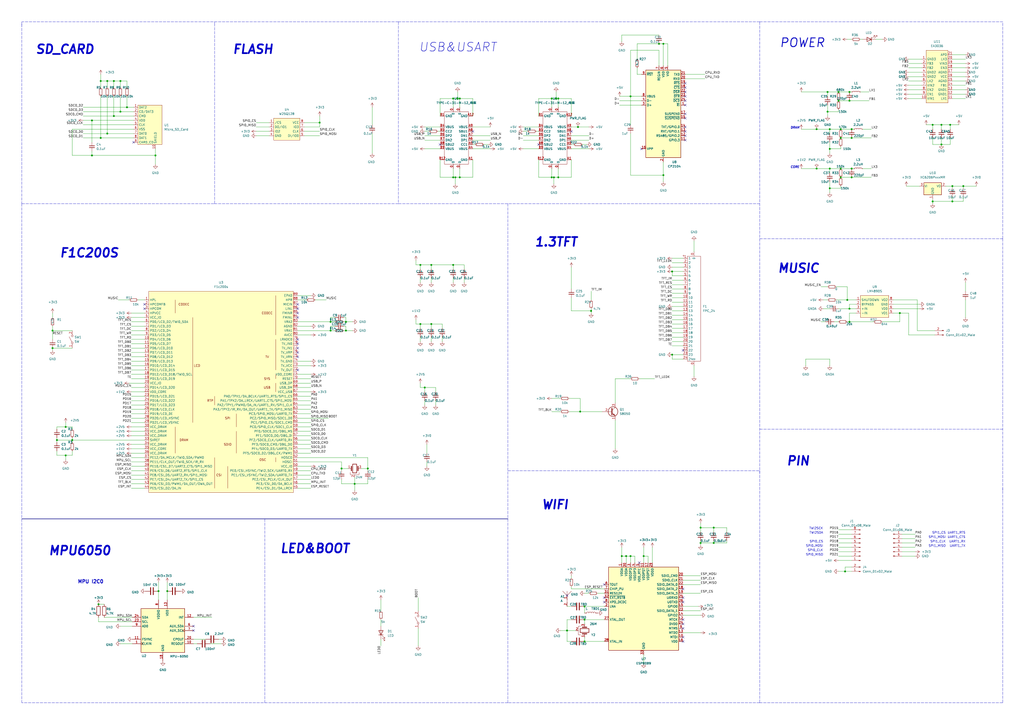
<source format=kicad_sch>
(kicad_sch (version 20211123) (generator eeschema)
  (paper "A2")
  (title_block (date "2021-09-21"))
  (junction (at 323.85 102.87))
  (junction (at 389.89 205.74))
  (junction (at 342.9 180.34))
  (junction (at 58.42 46.99))
  (junction (at 58.42 80.01))
  (junction (at 38.1 264.16))
  (junction (at 322.58 57.15))
  (junction (at 246.38 224.79))
  (junction (at 541.02 116.84))
  (junction (at 339.09 351.79) (diameter 0.9144))
  (junction (at 487.68 74.93))
  (junction (at 492.76 186.69))
  (junction (at 487.68 102.87))
  (junction (at 384.81 101.6))
  (junction (at 66.04 67.31))
  (junction (at 480.06 64.77))
  (junction (at 521.97 181.61))
  (junction (at 546.1 83.82))
  (junction (at 53.34 69.85))
  (junction (at 492.76 179.07))
  (junction (at 33.02 255.27))
  (junction (at 336.55 238.76))
  (junction (at 490.22 331.47))
  (junction (at 486.41 53.34))
  (junction (at 486.41 58.42))
  (junction (at 481.33 86.36))
  (junction (at 491.49 173.99))
  (junction (at 266.7 57.15))
  (junction (at 320.04 102.87))
  (junction (at 205.74 280.67))
  (junction (at 414.02 306.07))
  (junction (at 541.02 72.39))
  (junction (at 492.76 58.42))
  (junction (at 558.8 107.95))
  (junction (at 198.12 271.78))
  (junction (at 62.23 77.47))
  (junction (at 91.948 342.9) (diameter 0.9144))
  (junction (at 243.84 187.96))
  (junction (at 38.1 247.65))
  (junction (at 191.77 186.69))
  (junction (at 382.27 25.4))
  (junction (at 262.89 57.15))
  (junction (at 406.4 314.96))
  (junction (at 487.68 80.01))
  (junction (at 320.04 57.15))
  (junction (at 191.77 191.77))
  (junction (at 62.23 46.99))
  (junction (at 363.22 322.58))
  (junction (at 250.19 187.96))
  (junction (at 481.33 97.79))
  (junction (at 200.66 186.69))
  (junction (at 200.66 191.77))
  (junction (at 480.06 53.34))
  (junction (at 335.28 73.66))
  (junction (at 265.43 57.15))
  (junction (at 213.36 271.78))
  (junction (at 552.45 116.84))
  (junction (at 494.03 102.87))
  (junction (at 243.84 153.67))
  (junction (at 73.66 62.23))
  (junction (at 365.76 322.58))
  (junction (at 473.71 74.93))
  (junction (at 360.68 322.58))
  (junction (at 339.09 359.41) (diameter 0.9144))
  (junction (at 57.15 350.52) (diameter 0.9144))
  (junction (at 384.81 25.4))
  (junction (at 406.4 306.07))
  (junction (at 250.19 153.67))
  (junction (at 185.42 71.12))
  (junction (at 328.93 365.76) (diameter 0.9144))
  (junction (at 97.028 342.9) (diameter 0.9144))
  (junction (at 53.34 90.17))
  (junction (at 492.76 53.34))
  (junction (at 487.68 97.79))
  (junction (at 266.7 102.87))
  (junction (at 66.04 46.99))
  (junction (at 264.16 102.87))
  (junction (at 90.17 90.17))
  (junction (at 30.48 201.93))
  (junction (at 262.89 153.67))
  (junction (at 373.38 322.58))
  (junction (at 494.03 97.79))
  (junction (at 481.33 74.93))
  (junction (at 339.09 372.11) (diameter 0.9144))
  (junction (at 473.71 97.79))
  (junction (at 494.03 74.93))
  (junction (at 69.85 64.77))
  (junction (at 30.48 191.77))
  (junction (at 546.1 72.39))
  (junction (at 481.33 109.22))
  (junction (at 321.31 102.87))
  (junction (at 365.76 55.88))
  (junction (at 552.45 107.95))
  (junction (at 69.85 46.99))
  (junction (at 414.02 314.96))
  (junction (at 389.89 157.48))
  (junction (at 41.91 255.27))
  (junction (at 494.03 80.01))
  (junction (at 323.85 57.15))
  (junction (at 551.18 72.39))
  (junction (at 262.89 102.87))
  (no_connect (at 172.72 179.07))
  (no_connect (at 312.42 83.82))
  (no_connect (at 331.47 76.2))
  (no_connect (at 274.32 76.2))
  (no_connect (at 396.24 359.41))
  (no_connect (at 83.82 179.07))
  (no_connect (at 396.24 369.57))
  (no_connect (at 172.72 199.39))
  (no_connect (at 172.72 201.93))
  (no_connect (at 396.24 364.49))
  (no_connect (at 396.24 372.11))
  (no_connect (at 83.82 176.53))
  (no_connect (at 172.72 214.63))
  (no_connect (at 350.52 339.09))
  (no_connect (at 172.72 207.01))
  (no_connect (at 112.268 363.22))
  (no_connect (at 372.11 86.36))
  (no_connect (at 397.51 48.26))
  (no_connect (at 397.51 50.8))
  (no_connect (at 397.51 53.34))
  (no_connect (at 397.51 55.88))
  (no_connect (at 397.51 58.42))
  (no_connect (at 397.51 60.96))
  (no_connect (at 397.51 66.04))
  (no_connect (at 397.51 68.58))
  (no_connect (at 397.51 73.66))
  (no_connect (at 397.51 76.2))
  (no_connect (at 397.51 78.74))
  (no_connect (at 397.51 81.28))
  (no_connect (at 255.27 83.82))
  (no_connect (at 172.72 204.47))
  (no_connect (at 328.93 345.44))
  (no_connect (at 77.47 82.55))
  (no_connect (at 172.72 184.15))
  (no_connect (at 396.24 349.25))
  (no_connect (at 370.84 326.39))
  (no_connect (at 172.72 196.85))
  (no_connect (at 350.52 346.71))
  (no_connect (at 172.72 181.61))
  (no_connect (at 172.72 176.53))
  (no_connect (at 350.52 349.25))
  (no_connect (at 396.24 203.2))
  (no_connect (at 396.24 346.71))
  (no_connect (at 396.24 361.95))
  (no_connect (at 112.268 365.76))
  (no_connect (at 396.24 341.63))
  (wire (pts (xy 209.55 271.78) (xy 213.36 271.78)))
  (wire (pts (xy 312.42 67.31) (xy 312.42 57.15)))
  (wire (pts (xy 97.028 337.82) (xy 97.028 342.9)))
  (wire (pts (xy 518.16 176.53) (xy 533.4 176.53)))
  (wire (pts (xy 331.47 73.66) (xy 335.28 73.66)))
  (wire (pts (xy 335.28 73.66) (xy 341.63 73.66)))
  (wire (pts (xy 389.89 198.12) (xy 396.24 198.12)))
  (wire (pts (xy 389.89 160.02) (xy 396.24 160.02)))
  (wire (pts (xy 76.2 212.09) (xy 83.82 212.09)))
  (wire (pts (xy 213.36 280.67) (xy 213.36 278.13)))
  (wire (pts (xy 41.91 255.27) (xy 41.91 256.54)))
  (wire (pts (xy 322.58 57.15) (xy 322.58 53.34)))
  (wire (pts (xy 76.2 240.03) (xy 83.82 240.03)))
  (wire (pts (xy 487.68 80.01) (xy 494.03 80.01)))
  (wire (pts (xy 494.03 80.01) (xy 505.46 80.01)))
  (wire (pts (xy 359.41 58.42) (xy 372.11 58.42)))
  (wire (pts (xy 480.06 53.34) (xy 480.06 55.88)))
  (wire (pts (xy 480.06 60.96) (xy 480.06 64.77)))
  (wire (pts (xy 480.06 64.77) (xy 480.06 67.31)))
  (wire (pts (xy 198.12 280.67) (xy 198.12 278.13)))
  (wire (pts (xy 389.89 162.56) (xy 396.24 162.56)))
  (wire (pts (xy 241.3 153.67) (xy 243.84 153.67)))
  (wire (pts (xy 243.84 153.67) (xy 250.19 153.67)))
  (wire (pts (xy 250.19 153.67) (xy 262.89 153.67)))
  (wire (pts (xy 262.89 153.67) (xy 269.24 153.67)))
  (wire (pts (xy 527.05 54.61) (xy 534.67 54.61)))
  (wire (pts (xy 172.72 229.87) (xy 180.34 229.87)))
  (wire (pts (xy 241.3 185.42) (xy 241.3 187.96)))
  (wire (pts (xy 365.76 29.21) (xy 365.76 55.88)))
  (wire (pts (xy 382.27 29.21) (xy 365.76 29.21)))
  (wire (pts (xy 382.27 38.1) (xy 382.27 29.21)))
  (wire (pts (xy 486.41 325.12) (xy 494.03 325.12)))
  (wire (pts (xy 552.45 109.22) (xy 552.45 107.95)))
  (wire (pts (xy 552.45 116.84) (xy 552.45 114.3)))
  (wire (pts (xy 303.53 73.66) (xy 312.42 73.66)))
  (wire (pts (xy 477.52 179.07) (xy 481.33 179.07)))
  (wire (pts (xy 486.41 179.07) (xy 492.76 179.07)))
  (wire (pts (xy 33.02 247.65) (xy 38.1 247.65)))
  (wire (pts (xy 33.02 248.92) (xy 33.02 247.65)))
  (wire (pts (xy 552.45 34.29) (xy 560.07 34.29)))
  (wire (pts (xy 274.32 92.71) (xy 274.32 102.87)))
  (wire (pts (xy 331.47 67.31) (xy 331.47 57.15)))
  (wire (pts (xy 242.57 346.71) (xy 242.57 354.33)))
  (wire (pts (xy 76.2 227.33) (xy 83.82 227.33)))
  (wire (pts (xy 332.74 83.82) (xy 331.47 83.82)))
  (wire (pts (xy 76.2 267.97) (xy 83.82 267.97)))
  (wire (pts (xy 172.72 270.51) (xy 180.34 270.51)))
  (wire (pts (xy 246.38 224.79) (xy 246.38 227.33)))
  (wire (pts (xy 552.45 31.75) (xy 560.07 31.75)))
  (wire (pts (xy 176.53 78.74) (xy 185.42 78.74)))
  (wire (pts (xy 552.45 54.61) (xy 560.07 54.61)))
  (wire (pts (xy 414.02 306.07) (xy 421.64 306.07)))
  (wire (pts (xy 552.45 39.37) (xy 560.07 39.37)))
  (wire (pts (xy 252.73 232.41) (xy 252.73 234.95)))
  (wire (pts (xy 331.47 92.71) (xy 331.47 102.87)))
  (wire (pts (xy 331.47 102.87) (xy 323.85 102.87)))
  (wire (pts (xy 331.47 78.74) (xy 341.63 78.74)))
  (wire (pts (xy 360.68 20.32) (xy 360.68 24.13)))
  (wire (pts (xy 339.09 351.79) (xy 339.09 355.6)))
  (wire (pts (xy 541.02 80.01) (xy 541.02 83.82)))
  (wire (pts (xy 541.02 83.82) (xy 546.1 83.82)))
  (wire (pts (xy 76.2 229.87) (xy 83.82 229.87)))
  (wire (pts (xy 41.91 255.27) (xy 41.91 254)))
  (wire (pts (xy 41.91 255.27) (xy 83.82 255.27)))
  (wire (pts (xy 76.2 196.85) (xy 83.82 196.85)))
  (wire (pts (xy 128.27 373.38) (xy 121.92 373.38)))
  (wire (pts (xy 518.16 173.99) (xy 532.13 173.99)))
  (wire (pts (xy 532.13 173.99) (xy 532.13 191.77)))
  (wire (pts (xy 532.13 191.77) (xy 542.29 191.77)))
  (wire (pts (xy 369.57 25.4) (xy 382.27 25.4)))
  (wire (pts (xy 382.27 25.4) (xy 384.81 25.4)))
  (wire (pts (xy 384.81 38.1) (xy 384.81 25.4)))
  (wire (pts (xy 527.05 57.15) (xy 534.67 57.15)))
  (wire (pts (xy 200.66 186.69) (xy 204.47 186.69)))
  (wire (pts (xy 389.89 200.66) (xy 396.24 200.66)))
  (wire (pts (xy 421.64 313.69) (xy 421.64 314.96)))
  (wire (pts (xy 48.26 69.85) (xy 53.34 69.85)))
  (wire (pts (xy 53.34 69.85) (xy 77.47 69.85)))
  (wire (pts (xy 552.45 36.83) (xy 560.07 36.83)))
  (wire (pts (xy 264.16 102.87) (xy 264.16 106.68)))
  (wire (pts (xy 172.72 257.81) (xy 180.34 257.81)))
  (wire (pts (xy 76.2 242.57) (xy 83.82 242.57)))
  (wire (pts (xy 262.89 102.87) (xy 262.89 97.79)))
  (wire (pts (xy 76.2 224.79) (xy 83.82 224.79)))
  (wire (pts (xy 368.3 322.58) (xy 368.3 326.39)))
  (polyline (pts (xy 581.66 138.43) (xy 581.66 407.67)))
  (polyline (pts (xy 581.66 407.67) (xy 440.69 407.67)))
  (wire (pts (xy 176.53 73.66) (xy 185.42 73.66)))
  (wire (pts (xy 373.38 322.58) (xy 375.92 322.58)))
  (wire (pts (xy 172.72 232.41) (xy 180.34 232.41)))
  (wire (pts (xy 396.24 344.17) (xy 406.4 344.17)))
  (wire (pts (xy 480.06 64.77) (xy 486.41 64.77)))
  (wire (pts (xy 76.2 201.93) (xy 83.82 201.93)))
  (wire (pts (xy 69.85 363.22) (xy 76.708 363.22)))
  (wire (pts (xy 76.2 209.55) (xy 83.82 209.55)))
  (wire (pts (xy 172.72 255.27) (xy 180.34 255.27)))
  (wire (pts (xy 48.26 72.39) (xy 77.47 72.39)))
  (wire (pts (xy 76.2 207.01) (xy 83.82 207.01)))
  (wire (pts (xy 486.41 307.34) (xy 494.03 307.34)))
  (wire (pts (xy 389.89 187.96) (xy 396.24 187.96)))
  (wire (pts (xy 396.24 334.01) (xy 406.4 334.01)))
  (wire (pts (xy 97.028 342.9) (xy 97.028 347.98)))
  (wire (pts (xy 76.2 184.15) (xy 83.82 184.15)))
  (wire (pts (xy 76.2 280.67) (xy 83.82 280.67)))
  (wire (pts (xy 255.27 92.71) (xy 255.27 102.87)))
  (wire (pts (xy 274.32 78.74) (xy 284.48 78.74)))
  (wire (pts (xy 76.2 250.19) (xy 83.82 250.19)))
  (wire (pts (xy 48.26 64.77) (xy 69.85 64.77)))
  (wire (pts (xy 69.85 64.77) (xy 77.47 64.77)))
  (wire (pts (xy 490.22 328.93) (xy 494.03 328.93)))
  (wire (pts (xy 490.22 331.47) (xy 490.22 328.93)))
  (wire (pts (xy 494.03 331.47) (xy 490.22 331.47)))
  (polyline (pts (xy 440.69 248.92) (xy 581.66 248.92)))
  (polyline (pts (xy 231.14 26.67) (xy 231.14 118.11)))
  (polyline (pts (xy 231.14 118.11) (xy 440.69 118.11)))
  (wire (pts (xy 69.85 55.88) (xy 69.85 64.77)))
  (wire (pts (xy 246.38 86.36) (xy 255.27 86.36)))
  (wire (pts (xy 255.27 67.31) (xy 255.27 57.15)))
  (wire (pts (xy 378.46 317.5) (xy 378.46 326.39)))
  (wire (pts (xy 215.9 62.23) (xy 215.9 72.39)))
  (wire (pts (xy 215.9 77.47) (xy 215.9 88.9)))
  (wire (pts (xy 148.59 78.74) (xy 156.21 78.74)))
  (wire (pts (xy 255.27 102.87) (xy 262.89 102.87)))
  (wire (pts (xy 491.49 22.86) (xy 494.03 22.86)))
  (wire (pts (xy 499.11 22.86) (xy 500.38 22.86)))
  (wire (pts (xy 481.33 86.36) (xy 481.33 88.9)))
  (wire (pts (xy 321.31 102.87) (xy 320.04 102.87)))
  (wire (pts (xy 323.85 97.79) (xy 323.85 102.87)))
  (wire (pts (xy 323.85 102.87) (xy 321.31 102.87)))
  (wire (pts (xy 266.7 97.79) (xy 266.7 102.87)))
  (wire (pts (xy 172.72 237.49) (xy 180.34 237.49)))
  (wire (pts (xy 406.4 313.69) (xy 406.4 314.96)))
  (wire (pts (xy 406.4 314.96) (xy 406.4 316.23)))
  (wire (pts (xy 360.68 322.58) (xy 363.22 322.58)))
  (wire (pts (xy 363.22 322.58) (xy 365.76 322.58)))
  (wire (pts (xy 365.76 322.58) (xy 368.3 322.58)))
  (wire (pts (xy 552.45 52.07) (xy 560.07 52.07)))
  (wire (pts (xy 389.89 193.04) (xy 396.24 193.04)))
  (wire (pts (xy 389.89 190.5) (xy 396.24 190.5)))
  (wire (pts (xy 30.48 191.77) (xy 41.91 191.77)))
  (wire (pts (xy 41.91 201.93) (xy 30.48 201.93)))
  (wire (pts (xy 369.57 25.4) (xy 369.57 34.29)))
  (wire (pts (xy 369.57 39.37) (xy 369.57 43.18)))
  (wire (pts (xy 369.57 43.18) (xy 372.11 43.18)))
  (wire (pts (xy 360.68 317.5) (xy 360.68 322.58)))
  (wire (pts (xy 360.68 322.58) (xy 360.68 326.39)))
  (wire (pts (xy 523.24 309.88) (xy 530.86 309.88)))
  (wire (pts (xy 365.76 322.58) (xy 365.76 326.39)))
  (wire (pts (xy 246.38 73.66) (xy 255.27 73.66)))
  (wire (pts (xy 527.05 36.83) (xy 534.67 36.83)))
  (wire (pts (xy 421.64 306.07) (xy 421.64 308.61)))
  (wire (pts (xy 76.2 247.65) (xy 83.82 247.65)))
  (wire (pts (xy 246.38 224.79) (xy 252.73 224.79)))
  (wire (pts (xy 255.27 57.15) (xy 262.89 57.15)))
  (wire (pts (xy 523.24 322.58) (xy 530.86 322.58)))
  (wire (pts (xy 274.32 57.15) (xy 266.7 57.15)))
  (wire (pts (xy 76.2 214.63) (xy 83.82 214.63)))
  (wire (pts (xy 389.89 152.4) (xy 396.24 152.4)))
  (wire (pts (xy 552.45 46.99) (xy 560.07 46.99)))
  (wire (pts (xy 57.15 360.68) (xy 57.15 358.14)))
  (polyline (pts (xy 12.7 13.97) (xy 12.7 118.11)))
  (polyline (pts (xy 12.7 118.11) (xy 124.46 118.11)))
  (polyline (pts (xy 124.46 118.11) (xy 124.46 13.97)))
  (wire (pts (xy 172.72 247.65) (xy 180.34 247.65)))
  (wire (pts (xy 256.54 195.58) (xy 256.54 198.12)))
  (wire (pts (xy 172.72 189.23) (xy 180.34 189.23)))
  (wire (pts (xy 172.72 194.31) (xy 180.34 194.31)))
  (wire (pts (xy 421.64 314.96) (xy 414.02 314.96)))
  (wire (pts (xy 464.82 97.79) (xy 473.71 97.79)))
  (wire (pts (xy 473.71 97.79) (xy 481.33 97.79)))
  (wire (pts (xy 523.24 320.04) (xy 530.86 320.04)))
  (wire (pts (xy 389.89 157.48) (xy 396.24 157.48)))
  (wire (pts (xy 250.19 187.96) (xy 250.19 190.5)))
  (wire (pts (xy 500.38 97.79) (xy 505.46 97.79)))
  (wire (pts (xy 274.32 67.31) (xy 274.32 57.15)))
  (wire (pts (xy 541.02 72.39) (xy 541.02 74.93)))
  (wire (pts (xy 312.42 92.71) (xy 312.42 102.87)))
  (wire (pts (xy 312.42 102.87) (xy 320.04 102.87)))
  (wire (pts (xy 320.04 102.87) (xy 320.04 97.79)))
  (wire (pts (xy 205.74 276.86) (xy 205.74 280.67)))
  (wire (pts (xy 481.33 97.79) (xy 487.68 97.79)))
  (wire (pts (xy 172.72 227.33) (xy 180.34 227.33)))
  (wire (pts (xy 356.87 243.84) (xy 356.87 260.35)))
  (wire (pts (xy 527.05 41.91) (xy 534.67 41.91)))
  (wire (pts (xy 57.15 360.68) (xy 76.708 360.68)))
  (wire (pts (xy 191.77 184.15) (xy 194.31 184.15)))
  (wire (pts (xy 172.72 240.03) (xy 180.34 240.03)))
  (polyline (pts (xy 153.67 300.99) (xy 153.67 407.67)))
  (wire (pts (xy 373.38 317.5) (xy 373.38 322.58)))
  (wire (pts (xy 373.38 322.58) (xy 373.38 326.39)))
  (wire (pts (xy 76.2 234.95) (xy 83.82 234.95)))
  (wire (pts (xy 552.45 57.15) (xy 560.07 57.15)))
  (wire (pts (xy 172.72 260.35) (xy 180.34 260.35)))
  (wire (pts (xy 172.72 217.17) (xy 180.34 217.17)))
  (wire (pts (xy 323.85 57.15) (xy 323.85 62.23)))
  (wire (pts (xy 527.05 49.53) (xy 534.67 49.53)))
  (wire (pts (xy 250.19 153.67) (xy 250.19 156.21)))
  (wire (pts (xy 360.68 20.32) (xy 382.27 20.32)))
  (wire (pts (xy 476.25 186.69) (xy 478.79 186.69)))
  (wire (pts (xy 483.87 186.69) (xy 486.41 186.69)))
  (wire (pts (xy 320.04 231.14) (xy 325.12 231.14)))
  (wire (pts (xy 330.2 231.14) (xy 336.55 231.14)))
  (wire (pts (xy 336.55 231.14) (xy 336.55 238.76)))
  (wire (pts (xy 389.89 157.48) (xy 389.89 160.02)))
  (wire (pts (xy 172.72 224.79) (xy 180.34 224.79)))
  (wire (pts (xy 389.89 185.42) (xy 396.24 185.42)))
  (wire (pts (xy 389.89 154.94) (xy 396.24 154.94)))
  (polyline (pts (xy 12.7 118.11) (xy 12.7 407.67)))
  (polyline (pts (xy 294.64 118.11) (xy 294.64 407.67)))
  (polyline (pts (xy 294.64 407.67) (xy 12.7 407.67)))
  (wire (pts (xy 389.89 165.1) (xy 396.24 165.1)))
  (wire (pts (xy 477.52 173.99) (xy 480.06 173.99)))
  (wire (pts (xy 485.14 173.99) (xy 491.49 173.99)))
  (wire (pts (xy 491.49 173.99) (xy 496.57 173.99)))
  (wire (pts (xy 38.1 247.65) (xy 38.1 245.11)))
  (wire (pts (xy 41.91 247.65) (xy 38.1 247.65)))
  (wire (pts (xy 41.91 248.92) (xy 41.91 247.65)))
  (wire (pts (xy 406.4 306.07) (xy 414.02 306.07)))
  (wire (pts (xy 414.02 306.07) (xy 414.02 308.61)))
  (wire (pts (xy 492.76 176.53) (xy 492.76 179.07)))
  (wire (pts (xy 492.76 179.07) (xy 496.57 179.07)))
  (wire (pts (xy 496.57 176.53) (xy 492.76 176.53)))
  (wire (pts (xy 185.42 67.31) (xy 185.42 71.12)))
  (wire (pts (xy 320.04 238.76) (xy 325.12 238.76)))
  (wire (pts (xy 330.2 238.76) (xy 336.55 238.76)))
  (wire (pts (xy 336.55 238.76) (xy 349.25 238.76)))
  (wire (pts (xy 396.24 339.09) (xy 406.4 339.09)))
  (wire (pts (xy 303.53 78.74) (xy 312.42 78.74)))
  (wire (pts (xy 247.65 257.81) (xy 247.65 262.89)))
  (wire (pts (xy 487.68 85.09) (xy 487.68 86.36)))
  (wire (pts (xy 552.45 41.91) (xy 560.07 41.91)))
  (wire (pts (xy 148.59 73.66) (xy 156.21 73.66)))
  (wire (pts (xy 76.2 194.31) (xy 83.82 194.31)))
  (wire (pts (xy 481.33 82.55) (xy 481.33 86.36)))
  (wire (pts (xy 481.33 74.93) (xy 481.33 77.47)))
  (wire (pts (xy 241.3 187.96) (xy 243.84 187.96)))
  (wire (pts (xy 464.82 53.34) (xy 480.06 53.34)))
  (wire (pts (xy 480.06 53.34) (xy 486.41 53.34)))
  (wire (pts (xy 486.41 53.34) (xy 492.76 53.34)))
  (wire (pts (xy 492.76 53.34) (xy 494.03 53.34)))
  (wire (pts (xy 499.11 53.34) (xy 504.19 53.34)))
  (wire (pts (xy 172.72 275.59) (xy 180.34 275.59)))
  (wire (pts (xy 76.2 270.51) (xy 83.82 270.51)))
  (wire (pts (xy 58.42 43.18) (xy 58.42 46.99)))
  (wire (pts (xy 58.42 46.99) (xy 58.42 50.8)))
  (wire (pts (xy 68.58 173.99) (xy 74.93 173.99)))
  (wire (pts (xy 80.01 173.99) (xy 83.82 173.99)))
  (wire (pts (xy 350.52 372.11) (xy 339.09 372.11)))
  (wire (pts (xy 389.89 177.8) (xy 396.24 177.8)))
  (wire (pts (xy 76.2 199.39) (xy 83.82 199.39)))
  (wire (pts (xy 389.89 170.18) (xy 396.24 170.18)))
  (wire (pts (xy 523.24 314.96) (xy 530.86 314.96)))
  (wire (pts (xy 406.4 356.87) (xy 396.24 356.87)))
  (wire (pts (xy 265.43 57.15) (xy 265.43 53.34)))
  (wire (pts (xy 76.2 181.61) (xy 83.82 181.61)))
  (wire (pts (xy 148.59 71.12) (xy 156.21 71.12)))
  (wire (pts (xy 76.2 219.71) (xy 83.82 219.71)))
  (wire (pts (xy 91.948 342.9) (xy 91.948 347.98)))
  (wire (pts (xy 331.47 81.28) (xy 341.63 81.28)))
  (wire (pts (xy 172.72 242.57) (xy 190.5 242.57)))
  (wire (pts (xy 199.39 184.15) (xy 200.66 184.15)))
  (wire (pts (xy 53.34 69.85) (xy 53.34 82.55)))
  (wire (pts (xy 53.34 87.63) (xy 53.34 90.17)))
  (wire (pts (xy 53.34 90.17) (xy 90.17 90.17)))
  (wire (pts (xy 274.32 86.36) (xy 284.48 86.36)))
  (wire (pts (xy 172.72 250.19) (xy 180.34 250.19)))
  (wire (pts (xy 397.51 43.18) (xy 408.94 43.18)))
  (wire (pts (xy 172.72 209.55) (xy 180.34 209.55)))
  (wire (pts (xy 33.02 255.27) (xy 41.91 255.27)))
  (wire (pts (xy 262.89 153.67) (xy 262.89 156.21)))
  (wire (pts (xy 262.89 57.15) (xy 265.43 57.15)))
  (wire (pts (xy 246.38 76.2) (xy 248.92 76.2)))
  (wire (pts (xy 254 76.2) (xy 255.27 76.2)))
  (polyline (pts (xy 440.69 12.7) (xy 440.69 138.43)))
  (polyline (pts (xy 440.69 138.43) (xy 581.66 138.43)))
  (wire (pts (xy 373.38 384.81) (xy 373.38 379.73)))
  (wire (pts (xy 76.2 252.73) (xy 83.82 252.73)))
  (wire (pts (xy 389.89 208.28) (xy 396.24 208.28)))
  (wire (pts (xy 405.13 351.79) (xy 396.24 351.79)))
  (wire (pts (xy 328.93 359.41) (xy 331.47 359.41)))
  (wire (pts (xy 180.34 219.71) (xy 172.72 219.71)))
  (wire (pts (xy 396.24 336.55) (xy 406.4 336.55)))
  (wire (pts (xy 560.07 163.83) (xy 560.07 168.91)))
  (wire (pts (xy 560.07 173.99) (xy 560.07 184.15)))
  (wire (pts (xy 283.21 83.82) (xy 280.67 83.82)))
  (wire (pts (xy 33.02 264.16) (xy 33.02 261.62)))
  (wire (pts (xy 38.1 264.16) (xy 33.02 264.16)))
  (wire (pts (xy 41.91 261.62) (xy 41.91 264.16)))
  (wire (pts (xy 41.91 264.16) (xy 38.1 264.16)))
  (wire (pts (xy 402.59 218.44) (xy 402.59 212.09)))
  (wire (pts (xy 66.04 46.99) (xy 62.23 46.99)))
  (wire (pts (xy 66.04 50.8) (xy 66.04 46.99)))
  (wire (pts (xy 38.1 264.16) (xy 38.1 266.7)))
  (wire (pts (xy 339.09 359.41) (xy 339.09 361.95)))
  (wire (pts (xy 269.24 153.67) (xy 269.24 156.21)))
  (wire (pts (xy 274.32 73.66) (xy 284.48 73.66)))
  (wire (pts (xy 41.91 74.93) (xy 41.91 90.17)))
  (wire (pts (xy 41.91 74.93) (xy 77.47 74.93)))
  (wire (pts (xy 41.91 90.17) (xy 53.34 90.17)))
  (wire (pts (xy 241.3 151.13) (xy 241.3 153.67)))
  (wire (pts (xy 331.47 154.94) (xy 331.47 167.64)))
  (wire (pts (xy 342.9 168.91) (xy 342.9 173.99)))
  (wire (pts (xy 342.9 179.07) (xy 342.9 180.34)))
  (wire (pts (xy 342.9 180.34) (xy 342.9 181.61)))
  (wire (pts (xy 172.72 186.69) (xy 191.77 186.69)))
  (wire (pts (xy 331.47 172.72) (xy 331.47 180.34)))
  (wire (pts (xy 331.47 180.34) (xy 342.9 180.34)))
  (wire (pts (xy 176.53 76.2) (xy 185.42 76.2)))
  (wire (pts (xy 76.2 283.21) (xy 83.82 283.21)))
  (wire (pts (xy 243.84 187.96) (xy 250.19 187.96)))
  (wire (pts (xy 76.2 260.35) (xy 83.82 260.35)))
  (wire (pts (xy 321.31 102.87) (xy 321.31 106.68)))
  (wire (pts (xy 481.33 86.36) (xy 487.68 86.36)))
  (wire (pts (xy 189.23 173.99) (xy 182.88 173.99)))
  (wire (pts (xy 172.72 273.05) (xy 180.34 273.05)))
  (wire (pts (xy 250.19 195.58) (xy 250.19 198.12)))
  (wire (pts (xy 303.53 81.28) (xy 312.42 81.28)))
  (wire (pts (xy 414.02 313.69) (xy 414.02 314.96)))
  (wire (pts (xy 414.02 314.96) (xy 406.4 314.96)))
  (wire (pts (xy 312.42 57.15) (xy 320.04 57.15)))
  (wire (pts (xy 114.3 373.38) (xy 112.268 373.38)))
  (wire (pts (xy 172.72 278.13) (xy 180.34 278.13)))
  (bus (pts (xy 12.7 300.99) (xy 294.64 300.99)))
  (wire (pts (xy 523.24 312.42) (xy 530.86 312.42)))
  (wire (pts (xy 365.76 55.88) (xy 365.76 72.39)))
  (wire (pts (xy 365.76 77.47) (xy 365.76 101.6)))
  (wire (pts (xy 384.81 93.98) (xy 384.81 101.6)))
  (wire (pts (xy 384.81 101.6) (xy 384.81 105.41)))
  (wire (pts (xy 220.98 347.98) (xy 220.98 354.33)))
  (wire (pts (xy 220.98 359.41) (xy 220.98 363.22)))
  (wire (pts (xy 220.98 370.84) (xy 220.98 374.65)))
  (wire (pts (xy 331.47 86.36) (xy 341.63 86.36)))
  (wire (pts (xy 176.53 71.12) (xy 185.42 71.12)))
  (wire (pts (xy 486.41 309.88) (xy 494.03 309.88)))
  (wire (pts (xy 402.59 139.7) (xy 402.59 146.05)))
  (wire (pts (xy 148.59 76.2) (xy 156.21 76.2)))
  (wire (pts (xy 191.77 189.23) (xy 194.31 189.23)))
  (wire (pts (xy 191.77 191.77) (xy 191.77 189.23)))
  (wire (pts (xy 199.39 189.23) (xy 200.66 189.23)))
  (wire (pts (xy 200.66 189.23) (xy 200.66 191.77)))
  (wire (pts (xy 73.66 46.99) (xy 69.85 46.99)))
  (wire (pts (xy 73.66 50.8) (xy 73.66 46.99)))
  (wire (pts (xy 328.93 365.76) (xy 334.01 365.76)))
  (wire (pts (xy 527.05 52.07) (xy 534.67 52.07)))
  (wire (pts (xy 62.23 55.88) (xy 62.23 77.47)))
  (wire (pts (xy 389.89 167.64) (xy 396.24 167.64)))
  (wire (pts (xy 486.41 63.5) (xy 486.41 64.77)))
  (wire (pts (xy 62.23 46.99) (xy 58.42 46.99)))
  (wire (pts (xy 62.23 50.8) (xy 62.23 46.99)))
  (wire (pts (xy 527.05 39.37) (xy 534.67 39.37)))
  (wire (pts (xy 76.2 275.59) (xy 83.82 275.59)))
  (wire (pts (xy 128.27 370.84) (xy 127 370.84)))
  (wire (pts (xy 346.71 344.17) (xy 350.52 344.17)))
  (wire (pts (xy 172.72 191.77) (xy 191.77 191.77)))
  (wire (pts (xy 191.77 191.77) (xy 194.31 191.77)))
  (wire (pts (xy 199.39 191.77) (xy 200.66 191.77)))
  (wire (pts (xy 328.93 351.79) (xy 331.47 351.79)))
  (wire (pts (xy 243.84 224.79) (xy 246.38 224.79)))
  (wire (pts (xy 60.452 358.14) (xy 76.708 358.14)))
  (wire (pts (xy 331.47 334.01) (xy 331.47 335.28)))
  (wire (pts (xy 387.35 25.4) (xy 384.81 25.4)))
  (wire (pts (xy 387.35 38.1) (xy 387.35 25.4)))
  (wire (pts (xy 198.12 271.78) (xy 201.93 271.78)))
  (wire (pts (xy 198.12 273.05) (xy 198.12 271.78)))
  (wire (pts (xy 487.68 97.79) (xy 494.03 97.79)))
  (wire (pts (xy 494.03 97.79) (xy 495.3 97.79)))
  (wire (pts (xy 266.7 57.15) (xy 266.7 62.23)))
  (wire (pts (xy 551.18 80.01) (xy 551.18 83.82)))
  (wire (pts (xy 551.18 83.82) (xy 546.1 83.82)))
  (wire (pts (xy 331.47 340.36) (xy 331.47 341.63)))
  (wire (pts (xy 331.47 341.63) (xy 350.52 341.63)))
  (wire (pts (xy 213.36 265.43) (xy 213.36 271.78)))
  (wire (pts (xy 213.36 271.78) (xy 213.36 273.05)))
  (wire (pts (xy 172.72 265.43) (xy 213.36 265.43)))
  (wire (pts (xy 350.52 359.41) (xy 339.09 359.41)))
  (wire (pts (xy 172.72 283.21) (xy 180.34 283.21)))
  (wire (pts (xy 486.41 312.42) (xy 494.03 312.42)))
  (wire (pts (xy 91.948 337.82) (xy 91.948 342.9)))
  (wire (pts (xy 242.57 364.49) (xy 242.57 374.65)))
  (wire (pts (xy 243.84 222.25) (xy 243.84 224.79)))
  (wire (pts (xy 48.26 62.23) (xy 73.66 62.23)))
  (wire (pts (xy 73.66 62.23) (xy 77.47 62.23)))
  (wire (pts (xy 356.87 219.71) (xy 365.76 219.71)))
  (wire (pts (xy 356.87 233.68) (xy 356.87 219.71)))
  (wire (pts (xy 370.84 219.71) (xy 379.73 219.71)))
  (wire (pts (xy 172.72 280.67) (xy 180.34 280.67)))
  (wire (pts (xy 48.26 67.31) (xy 66.04 67.31)))
  (wire (pts (xy 66.04 67.31) (xy 77.47 67.31)))
  (wire (pts (xy 76.2 237.49) (xy 83.82 237.49)))
  (wire (pts (xy 518.16 179.07) (xy 533.4 179.07)))
  (wire (pts (xy 527.05 44.45) (xy 534.67 44.45)))
  (wire (pts (xy 339.09 369.57) (xy 339.09 372.11)))
  (wire (pts (xy 389.89 195.58) (xy 396.24 195.58)))
  (polyline (pts (xy 124.46 12.7) (xy 124.46 13.97)))
  (wire (pts (xy 243.84 187.96) (xy 243.84 190.5)))
  (wire (pts (xy 339.09 344.17) (xy 341.63 344.17)))
  (polyline (pts (xy 294.64 273.05) (xy 440.69 273.05)))
  (polyline (pts (xy 440.69 273.05) (xy 440.69 274.32)))
  (wire (pts (xy 73.66 55.88) (xy 73.66 62.23)))
  (wire (pts (xy 541.02 116.84) (xy 552.45 116.84)))
  (wire (pts (xy 552.45 116.84) (xy 558.8 116.84)))
  (wire (pts (xy 558.8 109.22) (xy 558.8 107.95)))
  (wire (pts (xy 558.8 116.84) (xy 558.8 114.3)))
  (wire (pts (xy 57.15 350.52) (xy 60.452 350.52)))
  (wire (pts (xy 76.2 262.89) (xy 83.82 262.89)))
  (wire (pts (xy 389.89 205.74) (xy 396.24 205.74)))
  (wire (pts (xy 525.78 107.95) (xy 533.4 107.95)))
  (wire (pts (xy 256.54 187.96) (xy 256.54 190.5)))
  (wire (pts (xy 331.47 57.15) (xy 323.85 57.15)))
  (polyline (pts (xy 581.66 283.21) (xy 581.66 284.48)))
  (wire (pts (xy 359.41 60.96) (xy 372.11 60.96)))
  (wire (pts (xy 552.45 49.53) (xy 560.07 49.53)))
  (wire (pts (xy 198.12 280.67) (xy 205.74 280.67)))
  (wire (pts (xy 205.74 280.67) (xy 213.36 280.67)))
  (wire (pts (xy 58.42 55.88) (xy 58.42 80.01)))
  (wire (pts (xy 340.36 83.82) (xy 337.82 83.82)))
  (wire (pts (xy 33.02 254) (xy 33.02 255.27)))
  (wire (pts (xy 33.02 255.27) (xy 33.02 256.54)))
  (wire (pts (xy 200.66 184.15) (xy 200.66 186.69)))
  (wire (pts (xy 487.68 107.95) (xy 487.68 109.22)))
  (wire (pts (xy 274.32 102.87) (xy 266.7 102.87)))
  (wire (pts (xy 320.04 62.23) (xy 320.04 57.15)))
  (wire (pts (xy 476.25 166.37) (xy 480.06 166.37)))
  (wire (pts (xy 485.14 166.37) (xy 491.49 166.37)))
  (wire (pts (xy 491.49 166.37) (xy 491.49 173.99)))
  (wire (pts (xy 548.64 107.95) (xy 552.45 107.95)))
  (wire (pts (xy 552.45 107.95) (xy 558.8 107.95)))
  (wire (pts (xy 558.8 107.95) (xy 566.42 107.95)))
  (wire (pts (xy 172.72 234.95) (xy 180.34 234.95)))
  (wire (pts (xy 269.24 161.29) (xy 269.24 163.83)))
  (wire (pts (xy 389.89 172.72) (xy 396.24 172.72)))
  (wire (pts (xy 303.53 86.36) (xy 312.42 86.36)))
  (wire (pts (xy 262.89 161.29) (xy 262.89 163.83)))
  (wire (pts (xy 172.72 262.89) (xy 180.34 262.89)))
  (wire (pts (xy 69.85 373.38) (xy 76.708 373.38)))
  (wire (pts (xy 406.4 367.03) (xy 396.24 367.03)))
  (wire (pts (xy 527.05 34.29) (xy 534.67 34.29)))
  (wire (pts (xy 389.89 175.26) (xy 396.24 175.26)))
  (wire (pts (xy 76.2 257.81) (xy 83.82 257.81)))
  (wire (pts (xy 243.84 195.58) (xy 243.84 198.12)))
  (wire (pts (xy 246.38 78.74) (xy 255.27 78.74)))
  (wire (pts (xy 481.33 105.41) (xy 481.33 109.22)))
  (wire (pts (xy 541.02 72.39) (xy 537.21 72.39)))
  (wire (pts (xy 546.1 72.39) (xy 541.02 72.39)))
  (wire (pts (xy 551.18 72.39) (xy 546.1 72.39)))
  (wire (pts (xy 556.26 72.39) (xy 551.18 72.39)))
  (wire (pts (xy 546.1 72.39) (xy 546.1 74.93)))
  (wire (pts (xy 48.26 77.47) (xy 62.23 77.47)))
  (wire (pts (xy 62.23 77.47) (xy 77.47 77.47)))
  (wire (pts (xy 486.41 317.5) (xy 494.03 317.5)))
  (wire (pts (xy 486.41 320.04) (xy 494.03 320.04)))
  (wire (pts (xy 328.93 365.76) (xy 328.93 372.11)))
  (wire (pts (xy 359.41 55.88) (xy 365.76 55.88)))
  (wire (pts (xy 365.76 55.88) (xy 372.11 55.88)))
  (wire (pts (xy 487.68 74.93) (xy 494.03 74.93)))
  (wire (pts (xy 494.03 74.93) (xy 495.3 74.93)))
  (wire (pts (xy 205.74 280.67) (xy 205.74 284.48)))
  (wire (pts (xy 250.19 161.29) (xy 250.19 163.83)))
  (wire (pts (xy 552.45 44.45) (xy 560.07 44.45)))
  (wire (pts (xy 487.68 102.87) (xy 494.03 102.87)))
  (wire (pts (xy 494.03 102.87) (xy 505.46 102.87)))
  (wire (pts (xy 172.72 267.97) (xy 198.12 267.97)))
  (wire (pts (xy 198.12 267.97) (xy 198.12 271.78)))
  (wire (pts (xy 172.72 252.73) (xy 180.34 252.73)))
  (wire (pts (xy 200.66 191.77) (xy 204.47 191.77)))
  (wire (pts (xy 172.72 173.99) (xy 177.8 173.99)))
  (wire (pts (xy 322.58 57.15) (xy 323.85 57.15)))
  (wire (pts (xy 311.15 76.2) (xy 312.42 76.2)))
  (wire (pts (xy 389.89 182.88) (xy 396.24 182.88)))
  (wire (pts (xy 243.84 161.29) (xy 243.84 163.83)))
  (wire (pts (xy 119.38 370.84) (xy 112.268 370.84)))
  (wire (pts (xy 551.18 72.39) (xy 551.18 74.93)))
  (wire (pts (xy 76.2 189.23) (xy 83.82 189.23)))
  (wire (pts (xy 481.33 109.22) (xy 487.68 109.22)))
  (polyline (pts (xy 124.46 118.11) (xy 124.46 118.11)))
  (polyline (pts (xy 231.14 118.11) (xy 124.46 118.11)))
  (wire (pts (xy 397.51 45.72) (xy 408.94 45.72)))
  (wire (pts (xy 264.16 102.87) (xy 262.89 102.87)))
  (wire (pts (xy 396.24 354.33) (xy 406.4 354.33)))
  (wire (pts (xy 481.33 97.79) (xy 481.33 100.33)))
  (wire (pts (xy 464.82 74.93) (xy 473.71 74.93)))
  (wire (pts (xy 473.71 74.93) (xy 481.33 74.93)))
  (wire (pts (xy 172.72 212.09) (xy 180.34 212.09)))
  (wire (pts (xy 325.12 365.76) (xy 328.93 365.76)))
  (wire (pts (xy 389.89 149.86) (xy 396.24 149.86)))
  (wire (pts (xy 486.41 314.96) (xy 494.03 314.96)))
  (wire (pts (xy 491.49 186.69) (xy 492.76 186.69)))
  (wire (pts (xy 492.76 181.61) (xy 492.76 186.69)))
  (wire (pts (xy 496.57 181.61) (xy 492.76 181.61)))
  (wire (pts (xy 172.72 171.45) (xy 180.34 171.45)))
  (wire (pts (xy 527.05 46.99) (xy 534.67 46.99)))
  (wire (pts (xy 172.72 245.11) (xy 180.34 245.11)))
  (wire (pts (xy 511.81 22.86) (xy 508 22.86)))
  (wire (pts (xy 185.42 73.66) (xy 185.42 71.12)))
  (wire (pts (xy 389.89 180.34) (xy 396.24 180.34)))
  (wire (pts (xy 30.48 181.61) (xy 30.48 184.15)))
  (wire (pts (xy 30.48 189.23) (xy 30.48 191.77)))
  (wire (pts (xy 30.48 191.77) (xy 30.48 196.85)))
  (wire (pts (xy 30.48 201.93) (xy 30.48 203.2)))
  (wire (pts (xy 265.43 57.15) (xy 266.7 57.15)))
  (wire (pts (xy 74.93 222.25) (xy 83.82 222.25)))
  (wire (pts (xy 266.7 102.87) (xy 264.16 102.87)))
  (wire (pts (xy 467.36 208.28) (xy 481.33 208.28)))
  (wire (pts (xy 467.36 212.09) (xy 467.36 208.28)))
  (wire (pts (xy 481.33 208.28) (xy 481.33 212.09)))
  (wire (pts (xy 365.76 101.6) (xy 384.81 101.6)))
  (wire (pts (xy 521.97 181.61) (xy 527.05 181.61)))
  (wire (pts (xy 527.05 181.61) (xy 527.05 194.31)))
  (wire (pts (xy 527.05 194.31) (xy 542.29 194.31)))
  (wire (pts (xy 76.2 232.41) (xy 83.82 232.41)))
  (wire (pts (xy 303.53 76.2) (xy 306.07 76.2)))
  (wire (pts (xy 481.33 74.93) (xy 487.68 74.93)))
  (wire (pts (xy 76.2 278.13) (xy 83.82 278.13)))
  (wire (pts (xy 76.2 273.05) (xy 83.82 273.05)))
  (wire (pts (xy 363.22 322.58) (xy 363.22 326.39)))
  (wire (pts (xy 246.38 232.41) (xy 246.38 234.95)))
  (wire (pts (xy 243.84 153.67) (xy 243.84 156.21)))
  (wire (pts (xy 546.1 80.01) (xy 546.1 83.82)))
  (wire (pts (xy 486.41 58.42) (xy 492.76 58.42)))
  (wire (pts (xy 492.76 58.42) (xy 504.19 58.42)))
  (wire (pts (xy 48.26 80.01) (xy 58.42 80.01)))
  (wire (pts (xy 58.42 80.01) (xy 77.47 80.01)))
  (wire (pts (xy 275.59 83.82) (xy 274.32 83.82)))
  (wire (pts (xy 76.2 265.43) (xy 83.82 265.43)))
  (wire (pts (xy 246.38 81.28) (xy 255.27 81.28)))
  (wire (pts (xy 76.2 217.17) (xy 83.82 217.17)))
  (wire (pts (xy 76.2 204.47) (xy 83.82 204.47)))
  (wire (pts (xy 328.93 372.11) (xy 331.47 372.11)))
  (polyline (pts (xy 231.14 12.7) (xy 231.14 26.67)))
  (polyline (pts (xy 440.69 12.7) (xy 231.14 12.7)))
  (wire (pts (xy 66.04 55.88) (xy 66.04 67.31)))
  (wire (pts (xy 172.72 222.25) (xy 180.34 222.25)))
  (wire (pts (xy 252.73 224.79) (xy 252.73 227.33)))
  (wire (pts (xy 481.33 109.22) (xy 481.33 111.76)))
  (wire (pts (xy 76.2 191.77) (xy 83.82 191.77)))
  (wire (pts (xy 523.24 317.5) (xy 530.86 317.5)))
  (wire (pts (xy 262.89 62.23) (xy 262.89 57.15)))
  (wire (pts (xy 486.41 322.58) (xy 494.03 322.58)))
  (wire (pts (xy 339.09 351.79) (xy 350.52 351.79)))
  (wire (pts (xy 541.02 115.57) (xy 541.02 116.84)))
  (wire (pts (xy 541.02 116.84) (xy 541.02 118.11)))
  (wire (pts (xy 328.93 359.41) (xy 328.93 365.76)))
  (polyline (pts (xy 12.7 12.7) (xy 12.7 15.24)))
  (polyline (pts (xy 231.14 12.7) (xy 12.7 12.7)))
  (wire (pts (xy 406.4 303.53) (xy 406.4 306.07)))
  (wire (pts (xy 406.4 306.07) (xy 406.4 308.61)))
  (wire (pts (xy 76.2 186.69) (xy 83.82 186.69)))
  (wire (pts (xy 199.39 186.69) (xy 200.66 186.69)))
  (wire (pts (xy 389.89 205.74) (xy 389.89 208.28)))
  (wire (pts (xy 274.32 81.28) (xy 284.48 81.28)))
  (wire (pts (xy 69.85 46.99) (xy 66.04 46.99)))
  (wire (pts (xy 69.85 50.8) (xy 69.85 46.99)))
  (polyline (pts (xy 440.69 138.43) (xy 440.69 407.67)))
  (polyline (pts (xy 440.69 407.67) (xy 294.64 407.67)))
  (wire (pts (xy 76.2 245.11) (xy 83.82 245.11)))
  (wire (pts (xy 90.17 86.36) (xy 90.17 90.17)))
  (wire (pts (xy 90.17 90.17) (xy 90.17 95.25)))
  (wire (pts (xy 112.268 358.14) (xy 122.936 358.14)))
  (wire (pts (xy 191.77 186.69) (xy 194.31 186.69)))
  (wire (pts (xy 247.65 267.97) (xy 247.65 270.51)))
  (wire (pts (xy 506.73 186.69) (xy 492.76 186.69)))
  (wire (pts (xy 518.16 181.61) (xy 521.97 181.61)))
  (wire (pts (xy 521.97 181.61) (xy 521.97 186.69)))
  (wire (pts (xy 521.97 186.69) (xy 511.81 186.69)))
  (wire (pts (xy 250.19 187.96) (xy 256.54 187.96)))
  (wire (pts (xy 500.38 74.93) (xy 505.46 74.93)))
  (polyline (pts (xy 440.69 12.7) (xy 581.66 12.7)))
  (polyline (pts (xy 581.66 138.43) (xy 581.66 12.7)))
  (wire (pts (xy 486.41 331.47) (xy 490.22 331.47)))
  (wire (pts (xy 191.77 186.69) (xy 191.77 184.15)))
  (wire (pts (xy 320.04 57.15) (xy 322.58 57.15)))
  (wire (pts (xy 375.92 322.58) (xy 375.92 326.39)))
  (text "LED&BOOT" (at 203.2 321.31 180) (effects (font (size 5.08 5.08) (thickness 1.016) bold italic) (justify right bottom)))
  (text "POWER" (at 452.12 27.94 0) (effects (font (size 5.08 5.08) (thickness 0.508) bold italic) (justify left bottom)))
  (text "PIN" (at 455.93 270.51 0) (effects (font (size 5.08 5.08) (thickness 1.016) bold italic) (justify left bottom)))
  (text "USB&USART" (at 288.29 30.48 180) (effects (font (size 5.08 5.08) (thickness 0.254) bold italic) (justify right bottom)))
  (text "UART1_TX" (at 560.07 317.5 180) (effects (font (size 1.27 1.27)) (justify right bottom)))
  (text "MPU I2C0" (at 60.198 338.709 180) (effects (font (size 2 2) (thickness 0.4) bold) (justify right bottom)))
  (text "MUSIC" (at 450.85 158.75 0) (effects (font (size 5.08 5.08) (thickness 1.016) bold italic) (justify left bottom)))
  (text "FLASH" (at 134.62 31.75 0) (effects (font (size 5.08 5.08) (thickness 1.016) bold italic) (justify left bottom)))
  (text "WIFI" (at 330.2 295.91 180) (effects (font (size 5.08 5.08) (thickness 1.016) bold italic) (justify right bottom)))
  (text "UART1_CTS" (at 560.07 312.42 180) (effects (font (size 1.27 1.27)) (justify right bottom)))
  (text "SPI1_MISO" (at 548.64 317.5 180) (effects (font (size 1.27 1.27)) (justify right bottom)))
  (text "CORE" (at 458.47 97.79 0) (effects (font (size 1.27 1.27) (thickness 0.254) bold italic) (justify left bottom)))
  (text "SPI0_CLK" (at 477.52 320.04 180) (effects (font (size 1.27 1.27)) (justify right bottom)))
  (text "DRAM" (at 458.47 74.93 0) (effects (font (size 1.27 1.27) (thickness 0.254) bold italic) (justify left bottom)))
  (text "TWI2SDA" (at 477.52 309.88 180) (effects (font (size 1.27 1.27)) (justify right bottom)))
  (text "F1C200S" (at 34.29 149.86 0) (effects (font (size 5.08 5.08) (thickness 1.016) bold italic) (justify left bottom)))
  (text "UART1_RTS" (at 560.07 309.88 180) (effects (font (size 1.27 1.27)) (justify right bottom)))
  (text "SPI1_CS" (at 548.64 309.88 180) (effects (font (size 1.27 1.27)) (justify right bottom)))
  (text "SPI1_MOSI" (at 548.64 312.42 180) (effects (font (size 1.27 1.27)) (justify right bottom)))
  (text "SPI1_CLK" (at 548.64 314.96 180) (effects (font (size 1.27 1.27)) (justify right bottom)))
  (text "SPI0_CS" (at 477.52 314.96 180) (effects (font (size 1.27 1.27)) (justify right bottom)))
  (text "SPI0_MISO" (at 477.52 322.58 180) (effects (font (size 1.27 1.27)) (justify right bottom)))
  (text "MPU6050" (at 64.77 322.58 180) (effects (font (size 5.08 5.08) (thickness 1.016) bold italic) (justify right bottom)))
  (text "SD_CARD" (at 20.32 31.75 0) (effects (font (size 5.08 5.08) (thickness 1.016) bold italic) (justify left bottom)))
  (text "SPI0_MOSI" (at 477.52 317.5 180) (effects (font (size 1.27 1.27)) (justify right bottom)))
  (text "UART1_RX" (at 560.07 314.96 180) (effects (font (size 1.27 1.27)) (justify right bottom)))
  (text "TWI2SCK" (at 477.52 307.34 180) (effects (font (size 1.27 1.27)) (justify right bottom)))
  (text "1.3TFT" (at 309.88 143.51 0) (effects (font (size 5.08 5.08) (thickness 1.016) bold italic) (justify left bottom)))
  (label "ESP_MOSI" (at 76.2 275.59 180))
  (label "PA1" (at 530.86 312.42 0))
  (label "FB1" (at 560.07 49.53 0))
  (label "LX3" (at 505.46 97.79 0))
  (label "FB3" (at 505.46 102.87 0))
  (label "SDC0_D1" (at 180.34 250.19 0))
  (label "MUSIC_EN" (at 76.2 224.79 180))
  (label "TFT_WR" (at 389.89 172.72 180))
  (label "SPI0_CS" (at 180.34 245.11 0))
  (label "SDC0_D3" (at 180.34 260.35 0))
  (label "D+" (at 303.53 78.74 180))
  (label "TFT_BLK" (at 76.2 280.67 180))
  (label "MUSIC_EN" (at 476.25 166.37 180))
  (label "TFT_CS" (at 76.2 189.23 180))
  (label "PD16" (at 76.2 232.41 180))
  (label "TFT_DB2" (at 389.89 185.42 180))
  (label "PD21" (at 486.41 322.58 180))
  (label "TFT_DB2" (at 76.2 204.47 180))
  (label "MPU_INIT" (at 180.34 280.67 0))
  (label "TFT_DB0" (at 76.2 199.39 180))
  (label "SDC0_D0" (at 48.26 77.47 180))
  (label "USB_P" (at 246.38 78.74 180))
  (label "LX1" (at 504.19 53.34 0))
  (label "FB2" (at 505.46 80.01 0))
  (label "MUSIC" (at 189.23 173.99 0))
  (label "SDC0_CLK" (at 180.34 255.27 0))
  (label "TFT_DB1" (at 76.2 201.93 180))
  (label "TFT_DB3" (at 389.89 187.96 180))
  (label "MUSIC" (at 68.58 173.99 180))
  (label "TFT_DB5" (at 76.2 212.09 180))
  (label "TFT_DB3" (at 76.2 207.01 180))
  (label "ESP_MISO" (at 406.4 339.09 0))
  (label "ESP_CLK" (at 76.2 273.05 180))
  (label "TFT_DB6" (at 389.89 195.58 180))
  (label "LED0" (at 180.34 278.13 0))
  (label "SDC0_CMD" (at 180.34 257.81 0))
  (label "ESP_MISO" (at 76.2 270.51 180))
  (label "USB_N" (at 180.34 224.79 0))
  (label "BOOT" (at 242.57 346.71 90))
  (label "PD17" (at 76.2 234.95 180))
  (label "MPU_INIT" (at 122.936 358.14 180))
  (label "PA3" (at 530.86 317.5 0))
  (label "ESP_RESET" (at 180.34 283.21 0))
  (label "FB3" (at 527.05 36.83 180))
  (label "ESP_CS" (at 406.4 344.17 0))
  (label "FB2" (at 527.05 39.37 180))
  (label "LX2" (at 527.05 46.99 180))
  (label "PD20" (at 486.41 320.04 180))
  (label "LX2" (at 505.46 74.93 0))
  (label "TFT_DB7" (at 76.2 217.17 180))
  (label "PD17" (at 486.41 312.42 180))
  (label "MPU_SCL" (at 67.818 360.68 0))
  (label "TFT_BLK" (at 320.04 238.76 180))
  (label "SDC0_D1" (at 48.26 80.01 180))
  (label "PD18" (at 76.2 237.49 180))
  (label "TFT_DB4" (at 389.89 190.5 180))
  (label "TFT_DB4" (at 76.2 209.55 180))
  (label "SDC0_D2" (at 180.34 262.89 0))
  (label "PD19" (at 486.41 317.5 180))
  (label "SPI0_CLK" (at 185.42 76.2 0))
  (label "FB1" (at 504.19 58.42 0))
  (label "SPI0_MOSI" (at 185.42 78.74 0))
  (label "D-" (at 359.41 58.42 180))
  (label "ESP_CLK" (at 406.4 336.55 0))
  (label "SDC0_CMD" (at 48.26 67.31 180))
  (label "SPI0_CS" (at 148.59 71.12 180))
  (label "BOOT" (at 190.5 242.57 0))
  (label "TFT_RD" (at 76.2 196.85 180))
  (label "USB_P" (at 284.48 81.28 0))
  (label "TFT_IM" (at 342.9 168.91 0))
  (label "PD21" (at 76.2 245.11 180))
  (label "CPU_TXD" (at 408.94 45.72 0))
  (label "TFT_DB7" (at 389.89 198.12 180))
  (label "PD18" (at 486.41 314.96 180))
  (label "MPU_SDA" (at 76.2 265.43 180))
  (label "PA3" (at 180.34 237.49 0))
  (label "TFT_DB6" (at 76.2 214.63 180))
  (label "PA0" (at 530.86 309.88 0))
  (label "USB_P" (at 180.34 222.25 0))
  (label "TFT_RES" (at 389.89 165.1 180))
  (label "SPI0_MOSI" (at 180.34 240.03 0))
  (label "SDC0_D2" (at 48.26 62.23 180))
  (label "SPI0_CLK" (at 180.34 247.65 0))
  (label "USB_N" (at 246.38 81.28 180))
  (label "TFT_LEDK" (at 389.89 152.4 180))
  (label "TFT_LEDK" (at 379.73 219.71 0))
  (label "D-" (at 341.63 78.74 0))
  (label "D+" (at 359.41 60.96 180))
  (label "MPU_SCL" (at 76.2 267.97 180))
  (label "PA0" (at 180.34 229.87 0))
  (label "LX3" (at 560.07 34.29 0))
  (label "TFT_RES" (at 76.2 186.69 180))
  (label "SDC0_D3" (at 48.26 64.77 180))
  (label "PD15" (at 76.2 229.87 180))
  (label "TFT_DB0" (at 389.89 180.34 180))
  (label "CPU_TXD" (at 180.34 275.59 0))
  (label "MPU_SDA" (at 67.818 358.14 0))
  (label "PD15" (at 486.41 307.34 180))
  (label "LED0" (at 220.98 374.65 270))
  (label "SPI0_MISO" (at 180.34 242.57 0))
  (label "TFT_IM" (at 389.89 162.56 180))
  (label "SDC0_D0" (at 180.34 252.73 0))
  (label "CPU_RXD" (at 408.94 43.18 0))
  (label "LX1" (at 560.07 57.15 0))
  (label "PA2" (at 530.86 314.96 0))
  (label "PD19" (at 76.2 240.03 180))
  (label "MUSIC" (at 476.25 186.69 180))
  (label "TFT_RD" (at 389.89 175.26 180))
  (label "ESP_RESET" (at 339.09 341.63 0))
  (label "USB_N" (at 284.48 78.74 0))
  (label "PA2" (at 180.34 234.95 0))
  (label "TFT_DC" (at 76.2 191.77 180))
  (label "TFT_DB1" (at 389.89 182.88 180))
  (label "D+" (at 341.63 81.28 0))
  (label "ESP_INT" (at 76.2 283.21 180))
  (label "PD16" (at 486.41 309.88 180))
  (label "ESP_CS" (at 76.2 278.13 180))
  (label "RESET" (at 180.34 219.71 0))
  (label "TFT_DB5" (at 389.89 193.04 180))
  (label "RESET" (at 30.48 194.31 0))
  (label "PD20" (at 76.2 242.57 180))
  (label "CPU_RXD" (at 180.34 273.05 0))
  (label "ESP_INT" (at 406.4 354.33 0))
  (label "D-" (at 303.53 81.28 180))
  (label "ESP_MOSI" (at 406.4 334.01 0))
  (label "TFT_CS" (at 389.89 167.64 180))
  (label "TE" (at 389.89 200.66 180))
  (label "TE" (at 76.2 219.71 180))
  (label "TFT_DC" (at 389.89 170.18 180))
  (label "SDC0_CLK" (at 48.26 72.39 180))
  (label "TFT_WR" (at 76.2 194.31 180))
  (label "PA1" (at 180.34 232.41 0))
  (label "SPI0_MISO" (at 148.59 73.66 180))
  (symbol (lib_id "power:+5V") (at 560.07 44.45 270) (unit 1)
    (property "Reference" "#PWR0138" (effects hide))
    (property "Value" "+5V" (at 567.69 44.4501 90) (effects (justify right)))
  )
  (symbol (lib_id "My_Library:FPC_24") (at 402.59 177.8 0) (unit 1)
    (property "Reference" "F1" (at 407.67 177.7999 0) (effects (justify left)))
    (property "Value" "FPC_24" (at 407.67 180.3399 0) (effects (justify left)))
    (property "Footprint" "My_Library:FPC_24_0.5" (effects hide))
  )
  (symbol (lib_id "Device:C_Small") (at 33.02 251.46 0) (mirror y) (unit 1)
    (property "Reference" "C2" (at 35.56 250.1899 0) (effects (justify right)))
    (property "Value" "0.1uF" (at 35.56 252.7299 0) (effects (justify right)))
    (property "Footprint" "Capacitor_SMD:C_0805_2012Metric" (effects hide))
  )
  (symbol (lib_id "Device:Crystal_GND2") (at 205.74 271.78 0) (unit 1)
    (property "Reference" "Y1" (at 205.74 264.16 0))
    (property "Value" "24M" (at 208.28 276.86 0))
    (property "Footprint" "My_Library:X322512MSB4S" (effects hide))
  )
  (symbol (lib_id "power:+5V") (at 527.05 52.07 90) (unit 1)
    (property "Reference" "#PWR0123" (effects hide))
    (property "Value" "+5V" (at 519.43 52.0699 90) (effects (justify right)))
  )
  (symbol (lib_id "Device:C_Small") (at 494.03 100.33 0) (unit 1)
    (property "Reference" "C42" (at 488.95 100.3299 0) (effects (justify left)))
    (property "Value" "220pF" (at 495.3 101.5999 0) (effects (justify left)))
    (property "Footprint" "Capacitor_SMD:C_0805_2012Metric" (effects hide))
  )
  (symbol (lib_id "power:+3V3") (at 148.59 76.2 90) (unit 1)
    (property "Reference" "#PWR029" (effects hide))
    (property "Value" "+3V3" (at 139.7 76.1999 90) (effects (justify right)))
  )
  (symbol (lib_id "Device:C_Small") (at 256.54 193.04 0) (unit 1)
    (property "Reference" "C22" (at 254 191.7699 0) (effects (justify left)))
    (property "Value" "0.1uF" (at 256.54 195.5799 0) (effects (justify left)))
    (property "Footprint" "Capacitor_SMD:C_0805_2012Metric" (effects hide))
  )
  (symbol (lib_id "Device:C_Small") (at 481.33 80.01 0) (unit 1)
    (property "Reference" "C36" (at 477.52 77.4699 0) (effects (justify left)))
    (property "Value" "10uF" (at 476.25 82.5499 0) (effects (justify left)))
    (property "Footprint" "Capacitor_SMD:C_0805_2012Metric" (effects hide))
  )
  (symbol (lib_id "power:GND") (at 242.57 374.65 0) (unit 1)
    (property "Reference" "#PWR048" (effects hide))
    (property "Value" "GND" (at 242.57 379.73 0))
  )
  (symbol (lib_id "Device:C_Small") (at 250.19 158.75 0) (unit 1)
    (property "Reference" "C18" (at 247.65 157.4799 0) (effects (justify left)))
    (property "Value" "0.1uF" (at 250.19 161.2899 0) (effects (justify left)))
    (property "Footprint" "Capacitor_SMD:C_0805_2012Metric" (effects hide))
  )
  (symbol (lib_id "power:GND") (at 250.19 198.12 0) (unit 1)
    (property "Reference" "#PWR059" (effects hide))
    (property "Value" "GND" (at 250.19 203.2 0))
  )
  (symbol (lib_id "Device:C_Small") (at 365.76 74.93 0) (unit 1)
    (property "Reference" "C29" (at 361.95 72.3899 0) (effects (justify left)))
    (property "Value" "1uF" (at 360.68 77.4699 0) (effects (justify left)))
    (property "Footprint" "Capacitor_SMD:C_0805_2012Metric" (effects hide))
  )
  (symbol (lib_id "Device:C_Small") (at 215.9 74.93 0) (unit 1)
    (property "Reference" "C13" (at 212.09 73.6599 0) (effects (justify left)))
    (property "Value" "0.1uF" (at 210.82 77.4699 0) (effects (justify left)))
    (property "Footprint" "Capacitor_SMD:C_0805_2012Metric" (effects hide))
  )
  (symbol (lib_id "Device:C") (at 100.838 342.9 90) (unit 1)
    (property "Reference" "C6" (at 99.187 339.09 90))
    (property "Value" "100nF" (at 104.775 339.09 90))
    (property "Footprint" "Capacitor_SMD:C_0805_2012Metric" (effects hide))
  )
  (symbol (lib_id "Device:C_Small") (at 269.24 158.75 0) (unit 1)
    (property "Reference" "C24" (at 266.7 157.4799 0) (effects (justify left)))
    (property "Value" "0.1uF" (at 269.24 161.2899 0) (effects (justify left)))
    (property "Footprint" "Capacitor_SMD:C_0805_2012Metric" (effects hide))
  )
  (symbol (lib_id "Device:R_Small") (at 196.85 186.69 90) (unit 1)
    (property "Reference" "R13" (at 193.04 185.42 90))
    (property "Value" "200k" (at 196.85 186.69 90))
    (property "Footprint" "Resistor_SMD:R_0805_2012Metric" (effects hide))
  )
  (symbol (lib_id "Device:R_Small") (at 220.98 356.87 0) (unit 1)
    (property "Reference" "R15" (at 217.17 354.3299 0) (effects (justify left)))
    (property "Value" "5k" (at 220.98 360.68 0) (effects (justify left)))
    (property "Footprint" "Resistor_SMD:R_0805_2012Metric" (effects hide))
  )
  (symbol (lib_id "Device:C_Small") (at 213.36 275.59 0) (unit 1)
    (property "Reference" "C12" (at 213.36 273.6849 0) (effects (justify left)))
    (property "Value" "12pf" (at 213.36 277.4949 0) (effects (justify left)))
    (property "Footprint" "Capacitor_SMD:C_0805_2012Metric" (effects hide))
  )
  (symbol (lib_id "Device:C_Small") (at 243.84 158.75 0) (unit 1)
    (property "Reference" "C14" (at 241.3 157.4799 0) (effects (justify left)))
    (property "Value" "0.1uF" (at 243.84 161.2899 0) (effects (justify left)))
    (property "Footprint" "Capacitor_SMD:C_0805_2012Metric" (effects hide))
  )
  (symbol (lib_id "power:+3V3") (at 30.48 181.61 0) (unit 1)
    (property "Reference" "#PWR01" (effects hide))
    (property "Value" "+3V3" (at 27.94 175.2599 0) (effects (justify left)))
  )
  (symbol (lib_id "Device:C") (at 123.19 370.84 90) (unit 1)
    (property "Reference" "C8" (at 120.142 367.665 90))
    (property "Value" "2.2nF" (at 127.127 367.665 90))
    (property "Footprint" "Capacitor_SMD:C_0805_2012Metric" (effects hide))
  )
  (symbol (lib_id "Device:R_Small") (at 251.46 76.2 90) (unit 1)
    (property "Reference" "R16" (at 248.92 74.93 90))
    (property "Value" "1k" (at 248.92 77.47 90))
    (property "Footprint" "Resistor_SMD:R_0805_2012Metric" (effects hide))
  )
  (symbol (lib_id "power:+3V3") (at 97.028 337.82 0) (unit 1)
    (property "Reference" "#PWR025" (effects hide))
    (property "Value" "+3V3" (at 97.028 334.01 0))
  )
  (symbol (lib_id "Device:LED") (at 504.19 22.86 180) (unit 1)
    (property "Reference" "D2" (at 503.3009 25.4 0) (effects (justify right)))
    (property "Value" "LED" (at 502.0309 19.05 0) (effects (justify right)))
    (property "Footprint" "LED_SMD:LED_0805_2012Metric" (effects hide))
  )
  (symbol (lib_id "Device:R_Small") (at 41.91 259.08 0) (unit 1)
    (property "Reference" "R3" (at 39.37 256.5399 0) (effects (justify left)))
    (property "Value" "2k" (at 43.18 260.35 0) (effects (justify left)))
    (property "Footprint" "Resistor_SMD:R_0805_2012Metric" (effects hide))
  )
  (symbol (lib_id "Device:R_Small") (at 496.57 22.86 90) (unit 1)
    (property "Reference" "R36" (at 497.8399 20.32 90) (effects (justify left)))
    (property "Value" "5k" (at 497.8399 25.4 90) (effects (justify left)))
    (property "Footprint" "Resistor_SMD:R_0805_2012Metric" (effects hide))
  )
  (symbol (lib_id "My_Library:LM4890S") (at 508 177.8 0) (unit 1)
    (property "Reference" "U9" (at 507.365 166.37 0))
    (property "Value" "LM4890S" (at 507.365 168.91 0))
    (property "Footprint" "My_Library:LM4890S_MSOP_8" (effects hide))
  )
  (symbol (lib_id "Device:C_Small") (at 480.06 58.42 0) (mirror y) (unit 1)
    (property "Reference" "C35" (at 480.06 55.8799 0) (effects (justify left)))
    (property "Value" "10uF" (at 480.06 60.9599 0) (effects (justify left)))
    (property "Footprint" "Capacitor_SMD:C_0805_2012Metric" (effects hide))
  )
  (symbol (lib_id "power:+3V3") (at 180.34 212.09 270) (mirror x) (unit 1)
    (property "Reference" "#PWR035" (effects hide))
    (property "Value" "+3V3" (at 184.15 212.0899 90) (effects (justify left)))
  )
  (symbol (lib_id "power:PWR_FLAG") (at 335.28 73.66 0) (unit 1)
    (property "Reference" "#FLG01" (effects hide))
    (property "Value" "PWR_FLAG" (at 335.28 68.58 0))
  )
  (symbol (lib_id "power:GND") (at 265.43 53.34 0) (mirror x) (unit 1)
    (property "Reference" "#PWR065" (effects hide))
    (property "Value" "GND" (at 265.43 48.26 0))
  )
  (symbol (lib_id "power:GND") (at 356.87 260.35 0) (unit 1)
    (property "Reference" "#PWR085" (effects hide))
    (property "Value" "GND" (at 356.87 265.43 0))
  )
  (symbol (lib_id "power:+3V3") (at 320.04 231.14 90) (unit 1)
    (property "Reference" "#PWR073" (effects hide))
    (property "Value" "+3V3" (at 316.23 231.1399 90) (effects (justify left)))
  )
  (symbol (lib_id "Device:R_Small") (at 335.28 83.82 270) (unit 1)
    (property "Reference" "R22" (at 332.74 82.55 90))
    (property "Value" "5.1k" (at 339.09 85.09 90))
    (property "Footprint" "Resistor_SMD:R_0805_2012Metric" (effects hide))
  )
  (symbol (lib_id "Device:C_Small") (at 196.85 184.15 90) (unit 1)
    (property "Reference" "C9" (at 194.31 182.88 90))
    (property "Value" "1uF" (at 199.39 182.88 90))
    (property "Footprint" "Capacitor_SMD:C_0805_2012Metric" (effects hide))
  )
  (symbol (lib_id "power:+2V5") (at 243.84 222.25 0) (unit 1)
    (property "Reference" "#PWR051" (effects hide))
    (property "Value" "+2V5" (at 243.84 217.17 0))
  )
  (symbol (lib_id "Device:C_Small") (at 492.76 55.88 0) (mirror y) (unit 1)
    (property "Reference" "C40" (at 497.84 55.8799 0) (effects (justify left)))
    (property "Value" "220pF" (at 491.49 57.1499 0) (effects (justify left)))
    (property "Footprint" "Capacitor_SMD:C_0805_2012Metric" (effects hide))
  )
  (symbol (lib_id "power:GND") (at 38.1 266.7 0) (unit 1)
    (property "Reference" "#PWR04" (effects hide))
    (property "Value" "GND" (at 38.1 271.78 0))
  )
  (symbol (lib_id "power:+2V5") (at 76.2 247.65 90) (unit 1)
    (property "Reference" "#PWR014" (effects hide))
    (property "Value" "+2V5" (at 72.39 247.6499 90) (effects (justify left)))
  )
  (symbol (lib_id "power:+3V3") (at 491.49 22.86 90) (unit 1)
    (property "Reference" "#PWR0116" (effects hide))
    (property "Value" "+3V3" (at 487.68 22.8599 90) (effects (justify left)))
  )
  (symbol (lib_id "Device:R_Small") (at 488.95 186.69 90) (unit 1)
    (property "Reference" "R35" (at 486.41 184.15 90))
    (property "Value" "20k" (at 492.76 187.96 90))
    (property "Footprint" "Resistor_SMD:R_0805_2012Metric" (effects hide))
  )
  (symbol (lib_id "power:+2V5") (at 76.2 257.81 90) (unit 1)
    (property "Reference" "#PWR017" (effects hide))
    (property "Value" "+2V5" (at 72.39 257.8099 90) (effects (justify left)))
  )
  (symbol (lib_id "My_Library:SW") (at 41.91 196.85 90) (unit 1)
    (property "Reference" "SW1" (at 43.18 195.5799 90) (effects (justify right)))
    (property "Value" "SW" (at 43.18 198.1199 90) (effects (justify right)))
    (property "Footprint" "My_Library:SW" (effects hide))
  )
  (symbol (lib_id "power:+5V") (at 560.07 39.37 270) (unit 1)
    (property "Reference" "#PWR0136" (effects hide))
    (property "Value" "+5V" (at 567.69 39.3701 90) (effects (justify right)))
  )
  (symbol (lib_id "My_Library:W25Q128") (at 166.37 73.66 0) (unit 1)
    (property "Reference" "U4" (at 166.37 63.5 0))
    (property "Value" "W25Q128" (at 166.37 66.04 0))
    (property "Footprint" "My_Library:W25Q128" (effects hide))
  )
  (symbol (lib_id "Device:R_Small") (at 62.23 53.34 0) (unit 1)
    (property "Reference" "R7" (at 59.69 50.7999 0) (effects (justify left)))
    (property "Value" "10k" (at 62.23 55.8799 0) (effects (justify left)))
    (property "Footprint" "Resistor_SMD:R_0805_2012Metric" (effects hide))
  )
  (symbol (lib_id "Device:R_Small") (at 344.17 344.17 90) (unit 1)
    (property "Reference" "R25" (at 341.63 342.9 90))
    (property "Value" "12k" (at 345.44 346.71 90))
    (property "Footprint" "Resistor_SMD:R_0805_2012Metric" (effects hide))
  )
  (symbol (lib_id "Device:C") (at 118.11 373.38 90) (unit 1)
    (property "Reference" "C7" (at 114.935 376.428 90))
    (property "Value" "100nF" (at 121.92 376.428 90))
    (property "Footprint" "Capacitor_SMD:C_0805_2012Metric" (effects hide))
  )
  (symbol (lib_id "power:GND") (at 204.47 186.69 90) (unit 1)
    (property "Reference" "#PWR040" (effects hide))
    (property "Value" "GND" (at 208.28 186.6899 90) (effects (justify right)))
  )
  (symbol (lib_id "Regulator_Linear:XC6206PxxxMR") (at 541.02 107.95 0) (unit 1)
    (property "Reference" "U10" (at 541.02 100.33 0))
    (property "Value" "XC6206PxxxMR" (at 541.02 102.87 0))
    (property "Footprint" "Package_TO_SOT_SMD:SOT-23" (effects hide))
    (property "Datasheet" "https://www.torexsemi.com/file/xc6206/XC6206.pdf" (effects hide))
  )
  (symbol (lib_id "Device:R_Small") (at 73.66 53.34 0) (unit 1)
    (property "Reference" "R10" (at 71.12 50.7999 0) (effects (justify left)))
    (property "Value" "10k" (at 73.66 55.8799 0) (effects (justify left)))
    (property "Footprint" "Resistor_SMD:R_0805_2012Metric" (effects hide))
  )
  (symbol (lib_id "Device:R_Small") (at 327.66 238.76 90) (unit 1)
    (property "Reference" "R20" (at 323.85 237.49 90))
    (property "Value" "1k" (at 327.66 241.3 90))
    (property "Footprint" "Resistor_SMD:R_0805_2012Metric" (effects hide))
  )
  (symbol (lib_id "power:+3V3") (at 378.46 317.5 0) (unit 1)
    (property "Reference" "#PWR091" (effects hide))
    (property "Value" "+3V3" (at 378.46 313.182 0))
  )
  (symbol (lib_id "power:+3V3") (at 76.2 184.15 90) (unit 1)
    (property "Reference" "#PWR012" (effects hide))
    (property "Value" "+3V3" (at 72.39 184.1499 90) (effects (justify left)))
  )
  (symbol (lib_id "Device:C_Small") (at 30.48 199.39 0) (unit 1)
    (property "Reference" "C1" (at 33.02 198.1199 0) (effects (justify left)))
    (property "Value" "0.1uF" (at 33.02 200.6599 0) (effects (justify left)))
    (property "Footprint" "Capacitor_SMD:C_0805_2012Metric" (effects hide))
  )
  (symbol (lib_id "Device:C_Small") (at 414.02 311.15 0) (unit 1)
    (property "Reference" "C33" (at 411.48 309.8799 0) (effects (justify left)))
    (property "Value" "0.1uF" (at 414.02 313.6899 0) (effects (justify left)))
    (property "Footprint" "Capacitor_SMD:C_0805_2012Metric" (effects hide))
  )
  (symbol (lib_id "power:GND") (at 69.85 373.38 270) (unit 1)
    (property "Reference" "#PWR09" (effects hide))
    (property "Value" "GND" (at 65.532 374.0149 90) (effects (justify right)))
  )
  (symbol (lib_id "power:GND") (at 511.81 22.86 90) (unit 1)
    (property "Reference" "#PWR0117" (effects hide))
    (property "Value" "GND" (at 516.89 22.86 90))
  )
  (symbol (lib_id "Device:R_Small") (at 180.34 173.99 270) (unit 1)
    (property "Reference" "R12" (at 176.53 172.72 90))
    (property "Value" "10k" (at 176.53 175.26 90))
    (property "Footprint" "Resistor_SMD:R_0805_2012Metric" (effects hide))
  )
  (symbol (lib_id "power:+3V3") (at 215.9 62.23 0) (unit 1)
    (property "Reference" "#PWR043" (effects hide))
    (property "Value" "+3V3" (at 213.36 57.1499 0) (effects (justify left)))
  )
  (symbol (lib_id "power:GND") (at 530.86 322.58 90) (unit 1)
    (property "Reference" "#PWR0127" (effects hide))
    (property "Value" "GND" (at 534.67 322.5799 90) (effects (justify right)))
  )
  (symbol (lib_id "Device:R_Small") (at 58.42 53.34 0) (unit 1)
    (property "Reference" "R5" (at 55.88 50.7999 0) (effects (justify left)))
    (property "Value" "10k" (at 58.42 55.8799 0) (effects (justify left)))
    (property "Footprint" "Resistor_SMD:R_0805_2012Metric" (effects hide))
  )
  (symbol (lib_id "power:GND") (at 204.47 191.77 90) (unit 1)
    (property "Reference" "#PWR041" (effects hide))
    (property "Value" "GND" (at 208.28 191.7699 90) (effects (justify right)))
  )
  (symbol (lib_id "power:GND") (at 467.36 212.09 0) (mirror y) (unit 1)
    (property "Reference" "#PWR0108" (effects hide))
    (property "Value" "GND" (at 467.36 217.17 0))
  )
  (symbol (lib_id "Device:C_Small") (at 196.85 189.23 90) (unit 1)
    (property "Reference" "C10" (at 194.31 187.96 90))
    (property "Value" "1uF" (at 199.39 187.96 90))
    (property "Footprint" "Capacitor_SMD:C_0805_2012Metric" (effects hide))
  )
  (symbol (lib_id "power:+5V") (at 556.26 72.39 0) (unit 1)
    (property "Reference" "#PWR0133" (effects hide))
    (property "Value" "+5V" (at 556.26 67.31 0))
  )
  (symbol (lib_id "power:GNDA") (at 477.52 179.07 270) (unit 1)
    (property "Reference" "#PWR0110" (effects hide))
    (property "Value" "GNDA" (at 473.71 179.0699 90) (effects (justify right)))
  )
  (symbol (lib_id "power:GND") (at 560.07 41.91 90) (unit 1)
    (property "Reference" "#PWR0137" (effects hide))
    (property "Value" "GND" (at 563.88 41.91 90))
  )
  (symbol (lib_id "power:GND") (at 346.71 355.6 90) (unit 1)
    (property "Reference" "#PWR084" (effects hide))
    (property "Value" "GND" (at 347.98 353.6949 90) (effects (justify right)))
  )
  (symbol (lib_id "power:+3V3") (at 74.93 222.25 90) (unit 1)
    (property "Reference" "#PWR010" (effects hide))
    (property "Value" "+3V3" (at 71.12 222.2499 90) (effects (justify left)))
  )
  (symbol (lib_id "Device:R_Small") (at 368.3 219.71 90) (unit 1)
    (property "Reference" "R26" (at 364.49 218.44 90))
    (property "Value" "10" (at 368.3 222.25 90))
    (property "Footprint" "Resistor_SMD:R_0805_2012Metric" (effects hide))
  )
  (symbol (lib_id "Device:L_Small") (at 497.84 74.93 90) (unit 1)
    (property "Reference" "L2" (at 497.84 69.85 90))
    (property "Value" "2.2uH" (at 497.84 72.39 90))
    (property "Footprint" "Inductor_SMD:L_0805_2012Metric" (effects hide))
  )
  (symbol (lib_id "power:+5V") (at 246.38 73.66 90) (unit 1)
    (property "Reference" "#PWR052" (effects hide))
    (property "Value" "+5V" (at 242.57 73.6599 90) (effects (justify left)))
  )
  (symbol (lib_id "power:GND") (at 246.38 234.95 0) (unit 1)
    (property "Reference" "#PWR055" (effects hide))
    (property "Value" "GND" (at 246.38 240.03 0))
  )
  (symbol (lib_id "power:GND") (at 402.59 139.7 180) (unit 1)
    (property "Reference" "#PWR098" (effects hide))
    (property "Value" "GND" (at 402.59 134.62 0))
  )
  (symbol (lib_id "Device:C_Small") (at 481.33 186.69 90) (unit 1)
    (property "Reference" "C38" (at 478.79 185.42 90))
    (property "Value" "0.49uF" (at 482.6 189.23 90))
    (property "Footprint" "Capacitor_SMD:C_0805_2012Metric" (effects hide))
  )
  (symbol (lib_id "power:GND") (at 325.12 365.76 270) (unit 1)
    (property "Reference" "#PWR076" (effects hide))
    (property "Value" "GND" (at 325.12 368.9349 90) (effects (justify right)))
  )
  (symbol (lib_id "power:PWR_FLAG") (at 473.71 97.79 0) (unit 1)
    (property "Reference" "#FLG03" (effects hide))
    (property "Value" "PWR_FLAG" (at 473.71 92.71 0))
  )
  (symbol (lib_id "power:+2V5") (at 76.2 250.19 90) (unit 1)
    (property "Reference" "#PWR015" (effects hide))
    (property "Value" "+2V5" (at 72.39 250.1899 90) (effects (justify left)))
  )
  (symbol (lib_id "power:GND") (at 269.24 163.83 0) (unit 1)
    (property "Reference" "#PWR066" (effects hide))
    (property "Value" "GND" (at 269.24 168.91 0))
  )
  (symbol (lib_id "power:+3V3") (at 406.4 303.53 0) (unit 1)
    (property "Reference" "#PWR0101" (effects hide))
    (property "Value" "+3V3" (at 406.4 298.45 0))
  )
  (symbol (lib_id "power:GND") (at 128.27 370.84 90) (unit 1)
    (property "Reference" "#PWR027" (effects hide))
    (property "Value" "GND" (at 132.08 371.4749 90) (effects (justify right)))
  )
  (symbol (lib_id "power:GND") (at 243.84 198.12 0) (unit 1)
    (property "Reference" "#PWR050" (effects hide))
    (property "Value" "GND" (at 243.84 203.2 0))
  )
  (symbol (lib_id "My_Library:TYPE-C-31-M-12_母座") (at 321.31 78.74 0) (unit 1)
    (property "Reference" "U6" (at 321.945 57.15 0))
    (property "Value" "TYPE-C-31-M-12_母座" (at 321.945 59.69 0))
    (property "Footprint" "My_Library:typec 12" (effects hide))
  )
  (symbol (lib_id "power:+5V") (at 303.53 86.36 90) (unit 1)
    (property "Reference" "#PWR072" (effects hide))
    (property "Value" "+5V" (at 299.72 86.3599 90) (effects (justify left)))
  )
  (symbol (lib_id "power:GNDA") (at 533.4 176.53 90) (unit 1)
    (property "Reference" "#PWR0128" (effects hide))
    (property "Value" "GNDA" (at 537.21 176.5299 90) (effects (justify right)))
  )
  (symbol (lib_id "power:+3V3") (at 57.15 350.52 0) (unit 1)
    (property "Reference" "#PWR06" (effects hide))
    (property "Value" "+3V3" (at 57.15 346.71 0))
  )
  (symbol (lib_id "Device:R_Small") (at 487.68 100.33 0) (unit 1)
    (property "Reference" "R33" (at 482.6 100.3299 0) (effects (justify left)))
    (property "Value" "150k" (at 485.14 96.5199 0) (effects (justify left)))
    (property "Footprint" "Resistor_SMD:R_0805_2012Metric" (effects hide))
  )
  (symbol (lib_id "Device:R_Small") (at 41.91 251.46 0) (unit 1)
    (property "Reference" "R2" (at 39.37 248.9199 0) (effects (justify left)))
    (property "Value" "2k" (at 43.18 252.73 0) (effects (justify left)))
    (property "Footprint" "Resistor_SMD:R_0805_2012Metric" (effects hide))
  )
  (symbol (lib_id "Sensor_Motion:MPU-6050") (at 94.488 365.76 0) (unit 1)
    (property "Reference" "U2" (at 83.566 380.492 0))
    (property "Value" "MPU-6050" (at 103.886 380.746 0))
    (property "Footprint" "Sensor_Motion:InvenSense_QFN-24_4x4mm_P0.5mm" (effects hide))
    (property "Datasheet" "https://store.invensense.com/datasheets/invensense/MPU-6050_DataSheet_V3%204.pdf" (effects hide))
  )
  (symbol (lib_id "Device:C_Small") (at 382.27 22.86 0) (unit 1)
    (property "Reference" "C31" (at 379.73 21.5899 0) (effects (justify left)))
    (property "Value" "0.1uF" (at 377.19 24.1299 0) (effects (justify left)))
    (property "Footprint" "Capacitor_SMD:C_0805_2012Metric" (effects hide))
  )
  (symbol (lib_id "Device:C_Small") (at 406.4 311.15 0) (unit 1)
    (property "Reference" "C32" (at 403.86 309.8799 0) (effects (justify left)))
    (property "Value" "0.1uF" (at 406.4 313.6899 0) (effects (justify left)))
    (property "Footprint" "Capacitor_SMD:C_0805_2012Metric" (effects hide))
  )
  (symbol (lib_id "Device:R_Small") (at 327.66 231.14 90) (unit 1)
    (property "Reference" "R19" (at 323.85 229.87 90))
    (property "Value" "10k" (at 327.66 233.68 90))
    (property "Footprint" "Resistor_SMD:R_0805_2012Metric" (effects hide))
  )
  (symbol (lib_id "Connector:Conn_01x06_Male") (at 518.16 314.96 0) (unit 1)
    (property "Reference" "J2" (at 520.6619 304.8 0))
    (property "Value" "Conn_01x06_Male" (at 520.6619 307.34 0))
    (property "Footprint" "My_Library:6p_2.54" (effects hide))
  )
  (symbol (lib_id "Connector:Conn_01x08_Male") (at 499.11 317.5 180) (unit 1)
    (property "Reference" "J1" (at 494.0681 302.26 0))
    (property "Value" "Conn_01x08_Male" (at 496.6081 304.8 0))
    (property "Footprint" "My_Library:8p_2.54" (effects hide))
  )
  (symbol (lib_id "power:GND") (at 389.89 154.94 270) (unit 1)
    (property "Reference" "#PWR094" (effects hide))
    (property "Value" "GND" (at 386.08 154.9399 90) (effects (justify right)))
  )
  (symbol (lib_id "power:+3.3V") (at 180.34 227.33 270) (unit 1)
    (property "Reference" "#PWR037" (effects hide))
    (property "Value" "+3.3V" (at 184.15 227.3299 90) (effects (justify left)))
  )
  (symbol (lib_id "Device:C_Small") (at 252.73 229.87 0) (unit 1)
    (property "Reference" "C20" (at 250.19 228.5999 0) (effects (justify left)))
    (property "Value" "0.1uF" (at 252.73 232.4099 0) (effects (justify left)))
    (property "Footprint" "Capacitor_SMD:C_0805_2012Metric" (effects hide))
  )
  (symbol (lib_id "power:+5V") (at 341.63 86.36 270) (unit 1)
    (property "Reference" "#PWR081" (effects hide))
    (property "Value" "+5V" (at 345.44 86.3599 90) (effects (justify left)))
  )
  (symbol (lib_id "power:+3V3") (at 91.948 337.82 0) (unit 1)
    (property "Reference" "#PWR023" (effects hide))
    (property "Value" "+3V3" (at 91.948 334.01 0))
  )
  (symbol (lib_id "power:GND") (at 30.48 203.2 0) (unit 1)
    (property "Reference" "#PWR02" (effects hide))
    (property "Value" "GND" (at 30.48 208.28 0))
  )
  (symbol (lib_id "power:+5V") (at 303.53 73.66 90) (unit 1)
    (property "Reference" "#PWR070" (effects hide))
    (property "Value" "+5V" (at 299.72 73.6599 90) (effects (justify left)))
  )
  (symbol (lib_id "power:+2V5") (at 76.2 262.89 90) (unit 1)
    (property "Reference" "#PWR019" (effects hide))
    (property "Value" "+2V5" (at 72.39 262.8899 90) (effects (justify left)))
  )
  (symbol (lib_id "power:GND") (at 342.9 181.61 0) (unit 1)
    (property "Reference" "#PWR083" (effects hide))
    (property "Value" "GND" (at 342.9 186.69 0))
  )
  (symbol (lib_id "power:GND") (at 481.33 111.76 0) (unit 1)
    (property "Reference" "#PWR0113" (effects hide))
    (property "Value" "GND" (at 481.33 116.84 0))
  )
  (symbol (lib_id "Device:R_Small") (at 308.61 76.2 90) (unit 1)
    (property "Reference" "R18" (at 306.07 74.93 90))
    (property "Value" "1k" (at 306.07 77.47 90))
    (property "Footprint" "Resistor_SMD:R_0805_2012Metric" (effects hide))
  )
  (symbol (lib_id "power:+3.3V") (at 525.78 107.95 0) (unit 1)
    (property "Reference" "#PWR0118" (effects hide))
    (property "Value" "+3.3V" (at 525.78 102.87 0))
  )
  (symbol (lib_id "power:+5V") (at 527.05 54.61 90) (unit 1)
    (property "Reference" "#PWR0124" (effects hide))
    (property "Value" "+5V" (at 519.43 54.6099 90) (effects (justify right)))
  )
  (symbol (lib_id "Device:C_Small") (at 243.84 193.04 0) (unit 1)
    (property "Reference" "C15" (at 241.3 191.7699 0) (effects (justify left)))
    (property "Value" "0.1uF" (at 243.84 195.5799 0) (effects (justify left)))
    (property "Footprint" "Capacitor_SMD:C_0805_2012Metric" (effects hide))
  )
  (symbol (lib_id "Device:R_Small") (at 196.85 191.77 90) (unit 1)
    (property "Reference" "R14" (at 193.04 190.5 90))
    (property "Value" "200k" (at 196.85 191.77 90))
    (property "Footprint" "Resistor_SMD:R_0805_2012Metric" (effects hide))
  )
  (symbol (lib_id "My_Library:A") (at 328.93 349.25 0) (unit 1)
    (property "Reference" "A1" (at 325.12 346.0368 0) (effects (justify left)))
    (property "Value" "A" (at 325.12 348.5768 0) (effects (justify left)))
    (property "Footprint" "My_Library:AN9520-245" (effects hide))
  )
  (symbol (lib_id "Device:R_Small") (at 487.68 82.55 0) (unit 1)
    (property "Reference" "R32" (at 482.6 82.5499 0) (effects (justify left)))
    (property "Value" "150k" (at 488.95 86.3599 0) (effects (justify left)))
    (property "Footprint" "Resistor_SMD:R_0805_2012Metric" (effects hide))
  )
  (symbol (lib_id "power:+5V") (at 359.41 55.88 0) (unit 1)
    (property "Reference" "#PWR086" (effects hide))
    (property "Value" "+5V" (at 359.41 50.8 0))
  )
  (symbol (lib_id "Device:L_Small") (at 497.84 97.79 90) (unit 1)
    (property "Reference" "L3" (at 497.84 92.71 90))
    (property "Value" "2.2uH" (at 497.84 95.25 90))
    (property "Footprint" "Inductor_SMD:L_0805_2012Metric" (effects hide))
  )
  (symbol (lib_id "power:GND") (at 243.84 163.83 0) (unit 1)
    (property "Reference" "#PWR049" (effects hide))
    (property "Value" "GND" (at 243.84 168.91 0))
  )
  (symbol (lib_id "My_Library:TYPE-C-31-M-12_母座") (at 264.16 78.74 0) (unit 1)
    (property "Reference" "U5" (at 264.795 57.15 0))
    (property "Value" "TYPE-C-31-M-12_母座" (at 264.795 59.69 0))
    (property "Footprint" "My_Library:typec 12" (effects hide))
  )
  (symbol (lib_id "power:GND") (at 389.89 205.74 270) (unit 1)
    (property "Reference" "#PWR097" (effects hide))
    (property "Value" "GND" (at 386.08 205.7399 90) (effects (justify right)))
  )
  (symbol (lib_id "power:GND") (at 104.648 342.9 90) (unit 1)
    (property "Reference" "#PWR026" (effects hide))
    (property "Value" "GND" (at 108.458 343.5349 90) (effects (justify right)))
  )
  (symbol (lib_id "power:GND") (at 205.74 284.48 0) (unit 1)
    (property "Reference" "#PWR042" (effects hide))
    (property "Value" "GND" (at 205.74 289.56 0))
  )
  (symbol (lib_id "power:GND") (at 250.19 163.83 0) (unit 1)
    (property "Reference" "#PWR058" (effects hide))
    (property "Value" "GND" (at 250.19 168.91 0))
  )
  (symbol (lib_id "power:+2V5") (at 38.1 245.11 0) (unit 1)
    (property "Reference" "#PWR03" (effects hide))
    (property "Value" "+2V5" (at 40.64 243.8399 0) (effects (justify left)))
  )
  (symbol (lib_id "power:+3V3") (at 389.89 149.86 90) (unit 1)
    (property "Reference" "#PWR093" (effects hide))
    (property "Value" "+3V3" (at 386.08 149.8599 90) (effects (justify left)))
  )
  (symbol (lib_id "power:+5V") (at 527.05 49.53 90) (unit 1)
    (property "Reference" "#PWR0122" (effects hide))
    (property "Value" "+5V" (at 519.43 49.5299 90) (effects (justify right)))
  )
  (symbol (lib_id "power:+3V3") (at 220.98 347.98 0) (unit 1)
    (property "Reference" "#PWR045" (effects hide))
    (property "Value" "+3V3" (at 220.98 342.9 0))
  )
  (symbol (lib_id "power:+3V3") (at 530.86 320.04 270) (unit 1)
    (property "Reference" "#PWR0126" (effects hide))
    (property "Value" "+3V3" (at 534.67 320.0399 90) (effects (justify left)))
  )
  (symbol (lib_id "power:GND") (at 360.68 24.13 0) (unit 1)
    (property "Reference" "#PWR087" (effects hide))
    (property "Value" "GND" (at 360.68 29.21 0))
  )
  (symbol (lib_id "power:+1V2") (at 76.2 227.33 90) (unit 1)
    (property "Reference" "#PWR013" (effects hide))
    (property "Value" "+1V2" (at 72.39 227.3299 90) (effects (justify left)))
  )
  (symbol (lib_id "power:GND") (at 389.89 177.8 270) (unit 1)
    (property "Reference" "#PWR096" (effects hide))
    (property "Value" "GND" (at 386.08 177.7999 90) (effects (justify right)))
  )
  (symbol (lib_id "power:GND") (at 84.328 342.9 270) (unit 1)
    (property "Reference" "#PWR021" (effects hide))
    (property "Value" "GND" (at 80.518 343.5349 90) (effects (justify right)))
  )
  (symbol (lib_id "Device:C_Small") (at 494.03 77.47 0) (unit 1)
    (property "Reference" "C41" (at 488.95 77.4699 0) (effects (justify left)))
    (property "Value" "220pF" (at 495.3 78.7399 0) (effects (justify left)))
    (property "Footprint" "Capacitor_SMD:C_0805_2012Metric" (effects hide))
  )
  (symbol (lib_id "Device:C") (at 335.28 351.79 90) (unit 1)
    (property "Reference" "C26" (at 332.486 350.52 90))
    (property "Value" "TBD" (at 338.709 350.52 90))
    (property "Footprint" "Capacitor_SMD:C_0805_2012Metric" (effects hide))
  )
  (symbol (lib_id "power:+5V") (at 284.48 86.36 270) (unit 1)
    (property "Reference" "#PWR069" (effects hide))
    (property "Value" "+5V" (at 288.29 86.3599 90) (effects (justify left)))
  )
  (symbol (lib_id "power:+3V3") (at 406.4 367.03 270) (unit 1)
    (property "Reference" "#PWR0104" (effects hide))
    (property "Value" "+3V3" (at 410.718 367.6649 90) (effects (justify left)))
  )
  (symbol (lib_id "power:+5V") (at 486.41 325.12 90) (unit 1)
    (property "Reference" "#PWR0115" (effects hide))
    (property "Value" "+5V" (at 482.6 325.1199 90) (effects (justify left)))
  )
  (symbol (lib_id "power:GND") (at 486.41 331.47 270) (unit 1)
    (property "Reference" "#PWR0145" (effects hide))
    (property "Value" "GND" (at 482.6 331.4699 90) (effects (justify right)))
  )
  (symbol (lib_id "My_Library:F1c200s") (at 127 227.33 0) (unit 1)
    (property "Reference" "U3" (at 128.27 163.83 0))
    (property "Value" "F1c200s" (at 128.27 166.37 0))
    (property "Footprint" "My_Library:QFN-88_EP_10x10_Pitch0.4mm" (effects hide))
  )
  (symbol (lib_id "power:GND") (at 384.81 105.41 0) (unit 1)
    (property "Reference" "#PWR092" (effects hide))
    (property "Value" "GND" (at 384.81 110.49 0))
  )
  (symbol (lib_id "power:+5V") (at 477.52 173.99 90) (unit 1)
    (property "Reference" "#PWR0109" (effects hide))
    (property "Value" "+5V" (at 473.71 173.9899 90) (effects (justify left)))
  )
  (symbol (lib_id "Device:C") (at 88.138 342.9 270) (unit 1)
    (property "Reference" "C5" (at 89.916 339.217 90))
    (property "Value" "10nF" (at 85.344 339.217 90))
    (property "Footprint" "Capacitor_SMD:C_0805_2012Metric" (effects hide))
  )
  (symbol (lib_id "Device:C_Small") (at 33.02 259.08 0) (unit 1)
    (property "Reference" "C3" (at 35.56 257.8099 0) (effects (justify left)))
    (property "Value" "0.1uF" (at 35.56 260.3499 0) (effects (justify left)))
    (property "Footprint" "Capacitor_SMD:C_0805_2012Metric" (effects hide))
  )
  (symbol (lib_id "power:GND") (at 215.9 88.9 0) (unit 1)
    (property "Reference" "#PWR044" (effects hide))
    (property "Value" "GND" (at 213.36 93.9799 0) (effects (justify left)))
  )
  (symbol (lib_id "power:+3V3") (at 76.2 181.61 90) (unit 1)
    (property "Reference" "#PWR011" (effects hide))
    (property "Value" "+3V3" (at 72.39 181.6099 90) (effects (justify left)))
  )
  (symbol (lib_id "power:+3V3") (at 48.26 69.85 90) (unit 1)
    (property "Reference" "#PWR05" (effects hide))
    (property "Value" "+3V3" (at 44.45 69.8499 90) (effects (justify left)))
  )
  (symbol (lib_id "power:GND") (at 180.34 171.45 90) (unit 1)
    (property "Reference" "#PWR031" (effects hide))
    (property "Value" "GND" (at 184.15 171.4499 90) (effects (justify right)))
  )
  (symbol (lib_id "power:GNDA") (at 481.33 212.09 0) (unit 1)
    (property "Reference" "#PWR0114" (effects hide))
    (property "Value" "GNDA" (at 481.33 217.17 0))
  )
  (symbol (lib_id "Transistor_BJT:S8050") (at 354.33 238.76 0) (unit 1)
    (property "Reference" "Q1" (at 359.41 237.4899 0) (effects (justify left)))
    (property "Value" "S8050" (at 359.41 240.0299 0) (effects (justify left)))
    (property "Footprint" "My_Library:S8050_SOT_23" (effects hide))
    (property "Datasheet" "http://www.unisonic.com.tw/datasheet/S8050.pdf" (effects hide))
  )
  (symbol (lib_id "power:GND") (at 402.59 218.44 0) (unit 1)
    (property "Reference" "#PWR099" (effects hide))
    (property "Value" "GND" (at 402.59 223.52 0))
  )
  (symbol (lib_id "power:GND") (at 94.488 383.54 0) (unit 1)
    (property "Reference" "#PWR024" (effects hide))
    (property "Value" "GND" (at 94.488 388.62 0))
  )
  (symbol (lib_id "power:GND") (at 180.34 209.55 90) (unit 1)
    (property "Reference" "#PWR034" (effects hide))
    (property "Value" "GND" (at 184.15 209.5499 90) (effects (justify right)))
  )
  (symbol (lib_id "Device:C_Small") (at 262.89 158.75 0) (unit 1)
    (property "Reference" "C23" (at 260.35 157.4799 0) (effects (justify left)))
    (property "Value" "0.1uF" (at 262.89 161.2899 0) (effects (justify left)))
    (property "Footprint" "Capacitor_SMD:C_0805_2012Metric" (effects hide))
  )
  (symbol (lib_id "power:+3V3") (at 331.47 154.94 0) (unit 1)
    (property "Reference" "#PWR082" (effects hide))
    (property "Value" "+3V3" (at 328.93 149.8599 0) (effects (justify left)))
  )
  (symbol (lib_id "power:+5V") (at 560.07 163.83 0) (unit 1)
    (property "Reference" "#PWR0142" (effects hide))
    (property "Value" "+5V" (at 560.07 158.75 0))
  )
  (symbol (lib_id "Device:R_Small") (at 278.13 83.82 270) (unit 1)
    (property "Reference" "R17" (at 275.59 82.55 90))
    (property "Value" "5.1k" (at 281.94 85.09 90))
    (property "Footprint" "Resistor_SMD:R_0805_2012Metric" (effects hide))
  )
  (symbol (lib_id "power:+3V3") (at 373.38 317.5 0) (unit 1)
    (property "Reference" "#PWR089" (effects hide))
    (property "Value" "+3V3" (at 373.38 313.182 0))
  )
  (symbol (lib_id "power:PWR_FLAG") (at 473.71 74.93 0) (unit 1)
    (property "Reference" "#FLG02" (effects hide))
    (property "Value" "PWR_FLAG" (at 473.71 69.85 0))
  )
  (symbol (lib_id "power:GND") (at 303.53 76.2 270) (unit 1)
    (property "Reference" "#PWR071" (effects hide))
    (property "Value" "GND" (at 299.72 76.1999 90) (effects (justify right)))
  )
  (symbol (lib_id "Device:C_Small") (at 546.1 77.47 0) (unit 1)
    (property "Reference" "C44" (at 546.1 76.1999 0) (effects (justify left)))
    (property "Value" "10uF" (at 543.56 80.0099 0) (effects (justify left)))
    (property "Footprint" "Capacitor_SMD:C_0805_2012Metric" (effects hide))
  )
  (symbol (lib_id "Device:R_Small") (at 331.47 337.82 0) (unit 1)
    (property "Reference" "R21" (at 327.66 336.5499 0) (effects (justify left)))
    (property "Value" "10k" (at 332.74 339.09 0) (effects (justify left)))
    (property "Footprint" "Resistor_SMD:R_0805_2012Metric" (effects hide))
  )
  (symbol (lib_id "Device:C_Small") (at 198.12 275.59 0) (unit 1)
    (property "Reference" "C11" (at 194.31 274.3199 0) (effects (justify left)))
    (property "Value" "12pf" (at 193.04 277.4949 0) (effects (justify left)))
    (property "Footprint" "Capacitor_SMD:C_0805_2012Metric" (effects hide))
  )
  (symbol (lib_id "power:+3V3") (at 331.47 334.01 0) (unit 1)
    (property "Reference" "#PWR077" (effects hide))
    (property "Value" "+3V3" (at 331.47 330.2 0))
  )
  (symbol (lib_id "power:+3V0") (at 180.34 194.31 270) (unit 1)
    (property "Reference" "#PWR033" (effects hide))
    (property "Value" "+3V0" (at 184.15 194.3099 90) (effects (justify left)))
  )
  (symbol (lib_id "Device:C_Small") (at 483.87 179.07 90) (unit 1)
    (property "Reference" "C39" (at 481.33 177.8 90))
    (property "Value" "1uF" (at 486.41 180.34 90))
    (property "Footprint" "Capacitor_SMD:C_0805_2012Metric" (effects hide))
  )
  (symbol (lib_id "power:+1V2") (at 241.3 185.42 0) (unit 1)
    (property "Reference" "#PWR047" (effects hide))
    (property "Value" "+1V2" (at 241.3 180.34 0))
  )
  (symbol (lib_id "Connector:Conn_01x02_Male") (at 547.37 194.31 180) (unit 1)
    (property "Reference" "J3" (at 548.64 191.7699 0) (effects (justify right)))
    (property "Value" "Conn_01x02_Male" (at 548.64 194.3099 0) (effects (justify right)))
    (property "Footprint" "My_Library:2p_2.54" (effects hide))
  )
  (symbol (lib_id "Device:C_Small") (at 481.33 102.87 0) (unit 1)
    (property "Reference" "C37" (at 477.52 100.3299 0) (effects (justify left)))
    (property "Value" "10uF" (at 476.25 105.4099 0) (effects (justify left)))
    (property "Footprint" "Capacitor_SMD:C_0805_2012Metric" (effects hide))
  )
  (symbol (lib_id "power:+5V") (at 533.4 179.07 270) (unit 1)
    (property "Reference" "#PWR0129" (effects hide))
    (property "Value" "+5V" (at 537.21 179.0699 90) (effects (justify left)))
  )
  (symbol (lib_id "power:+5V") (at 560.07 36.83 270) (unit 1)
    (property "Reference" "#PWR0135" (effects hide))
    (property "Value" "+5V" (at 567.69 36.8301 90) (effects (justify right)))
  )
  (symbol (lib_id "Device:C_Small") (at 250.19 193.04 0) (unit 1)
    (property "Reference" "C19" (at 247.65 191.7699 0) (effects (justify left)))
    (property "Value" "0.1uF" (at 250.19 195.5799 0) (effects (justify left)))
    (property "Footprint" "Capacitor_SMD:C_0805_2012Metric" (effects hide))
  )
  (symbol (lib_id "power:+3.3V") (at 464.82 53.34 0) (unit 1)
    (property "Reference" "#PWR0105" (effects hide))
    (property "Value" "+3.3V" (at 464.82 48.26 0))
  )
  (symbol (lib_id "Device:R_Small") (at 342.9 176.53 0) (unit 1)
    (property "Reference" "R24" (at 339.09 175.2599 0) (effects (justify left)))
    (property "Value" "4.7k" (at 344.17 179.0699 0) (effects (justify left)))
    (property "Footprint" "Resistor_SMD:R_0805_2012Metric" (effects hide))
  )
  (symbol (lib_id "power:+1V2") (at 180.34 217.17 270) (unit 1)
    (property "Reference" "#PWR036" (effects hide))
    (property "Value" "+1V2" (at 184.15 217.1699 90) (effects (justify left)))
  )
  (symbol (lib_id "Device:L_Small") (at 496.57 53.34 90) (unit 1)
    (property "Reference" "L1" (at 496.57 48.26 90))
    (property "Value" "2.2uH" (at 496.57 50.8 90))
    (property "Footprint" "Inductor_SMD:L_0805_2012Metric" (effects hide))
  )
  (symbol (lib_id "Device:R_Small") (at 486.41 60.96 0) (unit 1)
    (property "Reference" "R30" (at 481.33 60.9599 0) (effects (justify left)))
    (property "Value" "150k" (at 486.41 64.7699 0) (effects (justify left)))
    (property "Footprint" "Resistor_SMD:R_0805_2012Metric" (effects hide))
  )
  (symbol (lib_id "Device:C_Small") (at 551.18 77.47 0) (mirror y) (unit 1)
    (property "Reference" "C45" (at 551.18 76.1999 0) (effects (justify left)))
    (property "Value" "10uF" (at 553.72 80.0099 0) (effects (justify left)))
    (property "Footprint" "Capacitor_SMD:C_0805_2012Metric" (effects hide))
  )
  (symbol (lib_id "power:GND") (at 128.27 373.38 90) (unit 1)
    (property "Reference" "#PWR028" (effects hide))
    (property "Value" "GND" (at 132.08 374.0149 90) (effects (justify right)))
  )
  (symbol (lib_id "power:GND") (at 560.07 184.15 0) (unit 1)
    (property "Reference" "#PWR0143" (effects hide))
    (property "Value" "GND" (at 560.07 189.23 0))
  )
  (symbol (lib_id "power:GND") (at 262.89 163.83 0) (unit 1)
    (property "Reference" "#PWR063" (effects hide))
    (property "Value" "GND" (at 262.89 168.91 0))
  )
  (symbol (lib_id "power:+2V5") (at 76.2 252.73 90) (unit 1)
    (property "Reference" "#PWR016" (effects hide))
    (property "Value" "+2V5" (at 72.39 252.7299 90) (effects (justify left)))
  )
  (symbol (lib_id "Device:R_Small") (at 369.57 36.83 0) (unit 1)
    (property "Reference" "R27" (at 370.84 34.2899 0) (effects (justify left)))
    (property "Value" "4.7k" (at 369.57 38.0999 90) (effects (justify left)))
    (property "Footprint" "Resistor_SMD:R_0805_2012Metric" (effects hide))
  )
  (symbol (lib_id "Device:C_Small") (at 541.02 77.47 0) (mirror y) (unit 1)
    (property "Reference" "C43" (at 541.02 76.1999 0) (effects (justify left)))
    (property "Value" "10uF" (at 543.56 80.0099 0) (effects (justify left)))
    (property "Footprint" "Capacitor_SMD:C_0805_2012Metric" (effects hide))
  )
  (symbol (lib_id "power:GND") (at 76.708 370.84 270) (unit 1)
    (property "Reference" "#PWR020" (effects hide))
    (property "Value" "GND" (at 72.39 371.4749 90) (effects (justify right)))
  )
  (symbol (lib_id "Device:R_Small") (at 30.48 186.69 0) (unit 1)
    (property "Reference" "R1" (at 33.02 185.4199 0) (effects (justify left)))
    (property "Value" "47k" (at 30.48 187.9599 90) (effects (justify left)))
    (property "Footprint" "Resistor_SMD:R_0805_2012Metric" (effects hide))
  )
  (symbol (lib_id "Device:Crystal_GND2") (at 339.09 365.76 270) (mirror x) (unit 1)
    (property "Reference" "Y2" (at 344.17 368.3 90))
    (property "Value" "26M" (at 344.17 361.95 90))
    (property "Footprint" "My_Library:X322512MSB4S" (effects hide))
  )
  (symbol (lib_id "power:GND") (at 340.36 83.82 90) (unit 1)
    (property "Reference" "#PWR079" (effects hide))
    (property "Value" "GND" (at 344.17 83.8201 90) (effects (justify right)))
  )
  (symbol (lib_id "Device:C_Small") (at 421.64 311.15 0) (mirror y) (unit 1)
    (property "Reference" "C34" (at 424.18 309.8799 0) (effects (justify left)))
    (property "Value" "0.1uF" (at 421.64 313.6899 0) (effects (justify left)))
    (property "Footprint" "Capacitor_SMD:C_0805_2012Metric" (effects hide))
  )
  (symbol (lib_id "power:GND") (at 339.09 344.17 270) (unit 1)
    (property "Reference" "#PWR078" (effects hide))
    (property "Value" "GND" (at 335.28 344.8049 90) (effects (justify right)))
  )
  (symbol (lib_id "power:GND") (at 90.17 95.25 0) (unit 1)
    (property "Reference" "#PWR022" (effects hide))
    (property "Value" "GND" (at 90.17 100.33 0))
  )
  (symbol (lib_id "power:+3V3") (at 58.42 43.18 0) (unit 1)
    (property "Reference" "#PWR07" (effects hide))
    (property "Value" "+3V3" (at 60.96 41.9099 0) (effects (justify left)))
  )
  (symbol (lib_id "power:+5V") (at 537.21 72.39 0) (unit 1)
    (property "Reference" "#PWR0130" (effects hide))
    (property "Value" "+5V" (at 537.21 67.31 0))
  )
  (symbol (lib_id "power:GND") (at 180.34 189.23 90) (unit 1)
    (property "Reference" "#PWR032" (effects hide))
    (property "Value" "GND" (at 184.15 189.2299 90) (effects (justify right)))
  )
  (symbol (lib_id "power:GND") (at 247.65 270.51 0) (unit 1)
    (property "Reference" "#PWR057" (effects hide))
    (property "Value" "GND" (at 247.65 275.59 0))
  )
  (symbol (lib_id "power:GND") (at 480.06 67.31 0) (unit 1)
    (property "Reference" "#PWR0111" (effects hide))
    (property "Value" "GND" (at 480.06 72.39 0))
  )
  (symbol (lib_id "power:GND") (at 560.07 31.75 90) (unit 1)
    (property "Reference" "#PWR0134" (effects hide))
    (property "Value" "GND" (at 563.88 31.75 90))
  )
  (symbol (lib_id "Device:C_Small") (at 331.47 170.18 0) (unit 1)
    (property "Reference" "C25" (at 334.01 168.9099 0) (effects (justify left)))
    (property "Value" "0.1uF" (at 334.01 171.4499 0) (effects (justify left)))
    (property "Footprint" "Capacitor_SMD:C_0805_2012Metric" (effects hide))
  )
  (symbol (lib_id "power:GND") (at 406.4 356.87 90) (unit 1)
    (property "Reference" "#PWR0103" (effects hide))
    (property "Value" "GND" (at 410.21 357.5049 90) (effects (justify right)))
  )
  (symbol (lib_id "power:+3V0") (at 566.42 107.95 0) (unit 1)
    (property "Reference" "#PWR0144" (effects hide))
    (property "Value" "+3V0" (at 566.42 102.87 0))
  )
  (symbol (lib_id "power:GND") (at 541.02 118.11 0) (unit 1)
    (property "Reference" "#PWR0131" (effects hide))
    (property "Value" "GND" (at 541.02 123.19 0))
  )
  (symbol (lib_id "power:+5V") (at 527.05 57.15 90) (unit 1)
    (property "Reference" "#PWR0125" (effects hide))
    (property "Value" "+5V" (at 519.43 57.1499 90) (effects (justify right)))
  )
  (symbol (lib_id "power:GND") (at 527.05 44.45 270) (unit 1)
    (property "Reference" "#PWR0121" (effects hide))
    (property "Value" "GND" (at 523.24 44.45 90))
  )
  (symbol (lib_id "Device:R_Small") (at 482.6 166.37 90) (unit 1)
    (property "Reference" "R38" (at 480.06 163.83 90))
    (property "Value" "0" (at 485.14 167.64 90))
    (property "Footprint" "Resistor_SMD:R_0805_2012Metric" (effects hide))
  )
  (symbol (lib_id "power:+3V3") (at 180.34 270.51 270) (mirror x) (unit 1)
    (property "Reference" "#PWR038" (effects hide))
    (property "Value" "+3V3" (at 184.15 270.5099 90) (effects (justify left)))
  )
  (symbol (lib_id "power:GND") (at 246.38 76.2 270) (unit 1)
    (property "Reference" "#PWR053" (effects hide))
    (property "Value" "GND" (at 242.57 76.1999 90) (effects (justify right)))
  )
  (symbol (lib_id "power:GND") (at 252.73 234.95 0) (unit 1)
    (property "Reference" "#PWR060" (effects hide))
    (property "Value" "GND" (at 252.73 240.03 0))
  )
  (symbol (lib_id "Device:R_Small") (at 66.04 53.34 0) (unit 1)
    (property "Reference" "R8" (at 63.5 50.7999 0) (effects (justify left)))
    (property "Value" "10k" (at 66.04 55.8799 0) (effects (justify left)))
    (property "Footprint" "Resistor_SMD:R_0805_2012Metric" (effects hide))
  )
  (symbol (lib_id "Device:R_Small") (at 487.68 105.41 0) (unit 1)
    (property "Reference" "R34" (at 482.6 105.4099 0) (effects (justify left)))
    (property "Value" "150k" (at 487.68 109.2199 0) (effects (justify left)))
    (property "Footprint" "Resistor_SMD:R_0805_2012Metric" (effects hide))
  )
  (symbol (lib_id "power:+3V3") (at 405.13 351.79 270) (unit 1)
    (property "Reference" "#PWR0100" (effects hide))
    (property "Value" "+3V3" (at 408.178 351.1549 90) (effects (justify left)))
  )
  (symbol (lib_id "My_Library:ESP8089") (at 373.38 353.06 0) (unit 1)
    (property "Reference" "U7" (at 373.38 382.27 0))
    (property "Value" "ESP8089" (at 373.38 384.81 0))
    (property "Footprint" "Package_DFN_QFN:QFN-32-1EP_5x5mm_P0.5mm_EP3.1x3.1mm_ThermalVias" (effects hide))
  )
  (symbol (lib_id "My_Library:Micro_SD_Card") (at 86.36 72.39 0) (unit 1)
    (property "Reference" "U1" (at 95.25 72.5423 0) (effects (justify left)))
    (property "Value" "Micro_SD_Card" (at 95.25 75.0823 0) (effects (justify left)))
    (property "Footprint" "My_Library:Micro_SD" (effects hide))
  )
  (symbol (lib_id "power:+3V3") (at 185.42 67.31 0) (unit 1)
    (property "Reference" "#PWR039" (effects hide))
    (property "Value" "+3V3" (at 182.88 62.2299 0) (effects (justify left)))
  )
  (symbol (lib_id "power:GND") (at 148.59 78.74 270) (unit 1)
    (property "Reference" "#PWR030" (effects hide))
    (property "Value" "GND" (at 144.78 78.7399 90) (effects (justify right)))
  )
  (symbol (lib_id "Device:R_Small") (at 487.68 77.47 0) (unit 1)
    (property "Reference" "R31" (at 482.6 77.4699 0) (effects (justify left)))
    (property "Value" "470k" (at 486.41 73.6599 0) (effects (justify left)))
    (property "Footprint" "Resistor_SMD:R_0805_2012Metric" (effects hide))
  )
  (symbol (lib_id "power:+5V") (at 246.38 86.36 90) (unit 1)
    (property "Reference" "#PWR054" (effects hide))
    (property "Value" "+5V" (at 242.57 86.3599 90) (effects (justify left)))
  )
  (symbol (lib_id "Device:C_Small") (at 558.8 111.76 0) (unit 1)
    (property "Reference" "C47" (at 556.26 110.4899 0) (effects (justify left)))
    (property "Value" "0.1uF" (at 556.26 114.2999 0) (effects (justify left)))
    (property "Footprint" "Capacitor_SMD:C_0805_2012Metric" (effects hide))
  )
  (symbol (lib_id "Device:R") (at 60.452 354.33 180) (unit 1)
    (property "Reference" "R6" (at 62.992 353.314 0))
    (property "Value" "4.7K" (at 63.754 355.854 0))
    (property "Footprint" "Resistor_SMD:R_0805_2012Metric" (effects hide))
  )
  (symbol (lib_id "power:+5V") (at 284.48 73.66 0) (unit 1)
    (property "Reference" "#PWR068" (effects hide))
    (property "Value" "+5V" (at 284.48 68.58 0))
  )
  (symbol (lib_id "power:GND") (at 560.07 54.61 90) (unit 1)
    (property "Reference" "#PWR0141" (effects hide))
    (property "Value" "GND" (at 563.88 54.61 90))
  )
  (symbol (lib_id "Device:L") (at 342.9 355.6 90) (unit 1)
    (property "Reference" "TBD1" (at 345.44 353.06 90))
    (property "Value" "L" (at 340.36 353.06 90))
    (property "Footprint" "Inductor_SMD:L_0805_2012Metric" (effects hide))
  )
  (symbol (lib_id "power:+3V3") (at 389.89 157.48 90) (unit 1)
    (property "Reference" "#PWR095" (effects hide))
    (property "Value" "+3V3" (at 386.08 157.4799 90) (effects (justify left)))
  )
  (symbol (lib_id "power:+1V2") (at 464.82 97.79 0) (unit 1)
    (property "Reference" "#PWR0107" (effects hide))
    (property "Value" "+1V2" (at 464.82 92.71 0))
  )
  (symbol (lib_id "power:GND") (at 527.05 41.91 270) (unit 1)
    (property "Reference" "#PWR0120" (effects hide))
    (property "Value" "GND" (at 523.24 41.91 90))
  )
  (symbol (lib_id "power:GND") (at 560.07 52.07 90) (unit 1)
    (property "Reference" "#PWR0140" (effects hide))
    (property "Value" "GND" (at 563.88 52.07 90))
  )
  (symbol (lib_id "Device:C") (at 335.28 359.41 90) (unit 1)
    (property "Reference" "C27" (at 332.613 358.267 90))
    (property "Value" "TBD" (at 338.328 358.14 90))
    (property "Footprint" "Capacitor_SMD:C_0805_2012Metric" (effects hide))
  )
  (symbol (lib_id "Connector:Conn_01x02_Male") (at 499.11 331.47 180) (unit 1)
    (property "Reference" "J4" (at 500.38 328.9299 0) (effects (justify right)))
    (property "Value" "Conn_01x02_Male" (at 500.38 331.4699 0) (effects (justify right)))
    (property "Footprint" "My_Library:2p_2.54" (effects hide))
  )
  (symbol (lib_id "power:GND") (at 264.16 106.68 0) (mirror y) (unit 1)
    (property "Reference" "#PWR064" (effects hide))
    (property "Value" "GND" (at 264.16 111.76 0))
  )
  (symbol (lib_id "Device:C_Small") (at 247.65 265.43 0) (unit 1)
    (property "Reference" "C17" (at 245.11 264.1599 0) (effects (justify left)))
    (property "Value" "0.1uF" (at 247.65 267.9699 0) (effects (justify left)))
    (property "Footprint" "Capacitor_SMD:C_0805_2012Metric" (effects hide))
  )
  (symbol (lib_id "Device:C_Small") (at 53.34 85.09 0) (unit 1)
    (property "Reference" "C4" (at 55.88 83.8199 0) (effects (justify left)))
    (property "Value" "0.1uF" (at 55.88 86.3599 0) (effects (justify left)))
    (property "Footprint" "Capacitor_SMD:C_0805_2012Metric" (effects hide))
  )
  (symbol (lib_id "Device:C_Small") (at 246.38 229.87 0) (unit 1)
    (property "Reference" "C16" (at 243.84 228.5999 0) (effects (justify left)))
    (property "Value" "0.1uF" (at 246.38 232.4099 0) (effects (justify left)))
    (property "Footprint" "Capacitor_SMD:C_0805_2012Metric" (effects hide))
  )
  (symbol (lib_id "power:GND") (at 560.07 46.99 90) (unit 1)
    (property "Reference" "#PWR0139" (effects hide))
    (property "Value" "GND" (at 563.88 46.99 90))
  )
  (symbol (lib_id "Device:R_Small") (at 77.47 173.99 90) (unit 1)
    (property "Reference" "R11" (at 74.93 172.72 90))
    (property "Value" "10k" (at 78.74 176.53 90))
    (property "Footprint" "Resistor_SMD:R_0805_2012Metric" (effects hide))
  )
  (symbol (lib_id "power:+3V3") (at 360.68 317.5 0) (unit 1)
    (property "Reference" "#PWR088" (effects hide))
    (property "Value" "+3V3" (at 360.68 313.69 0))
  )
  (symbol (lib_id "Device:R_Small") (at 482.6 173.99 90) (unit 1)
    (property "Reference" "R28" (at 480.06 171.45 90))
    (property "Value" "10k" (at 486.41 175.26 90))
    (property "Footprint" "Resistor_SMD:R_0805_2012Metric" (effects hide))
  )
  (symbol (lib_id "power:GND") (at 283.21 83.82 90) (unit 1)
    (property "Reference" "#PWR067" (effects hide))
    (property "Value" "GND" (at 287.02 83.8201 90) (effects (justify right)))
  )
  (symbol (lib_id "power:GND") (at 256.54 198.12 0) (unit 1)
    (property "Reference" "#PWR062" (effects hide))
    (property "Value" "GND" (at 256.54 203.2 0))
  )
  (symbol (lib_id "Device:C") (at 335.28 372.11 90) (unit 1)
    (property "Reference" "C28" (at 332.359 373.253 90))
    (property "Value" "TBD" (at 338.455 373.38 90))
    (property "Footprint" "Capacitor_SMD:C_0805_2012Metric" (effects hide))
  )
  (symbol (lib_id "Device:LED") (at 220.98 367.03 90) (unit 1)
    (property "Reference" "D1" (at 224.79 366.1409 90) (effects (justify right)))
    (property "Value" "LED" (at 224.79 368.6809 90) (effects (justify right)))
    (property "Footprint" "LED_SMD:LED_0805_2012Metric" (effects hide))
  )
  (symbol (lib_id "power:+3V3") (at 241.3 151.13 0) (unit 1)
    (property "Reference" "#PWR046" (effects hide))
    (property "Value" "+3V3" (at 241.3 146.05 0))
  )
  (symbol (lib_id "power:GND") (at 527.05 34.29 270) (unit 1)
    (property "Reference" "#PWR0119" (effects hide))
    (property "Value" "GND" (at 523.24 34.29 90))
  )
  (symbol (lib_id "power:+3V0") (at 247.65 257.81 0) (unit 1)
    (property "Reference" "#PWR056" (effects hide))
    (property "Value" "+3V0" (at 247.65 252.73 0))
  )
  (symbol (lib_id "Device:C_Small") (at 552.45 111.76 0) (unit 1)
    (property "Reference" "C46" (at 549.91 110.4899 0) (effects (justify left)))
    (property "Value" "10uF" (at 549.91 114.2999 0) (effects (justify left)))
    (property "Footprint" "Capacitor_SMD:C_0805_2012Metric" (effects hide))
  )
  (symbol (lib_id "Interface_USB:CP2104") (at 384.81 66.04 0) (unit 1)
    (property "Reference" "U8" (at 391.16 93.98 0))
    (property "Value" "CP2104" (at 391.16 96.52 0))
    (property "Footprint" "Package_DFN_QFN:QFN-24-1EP_4x4mm_P0.5mm_EP2.6x2.6mm" (effects hide))
    (property "Datasheet" "https://www.silabs.com/documents/public/data-sheets/cp2104.pdf" (effects hide))
  )
  (symbol (lib_id "power:GND") (at 546.1 83.82 0) (mirror y) (unit 1)
    (property "Reference" "#PWR0132" (effects hide))
    (property "Value" "GND" (at 546.1 87.63 0))
  )
  (symbol (lib_id "power:+1V2") (at 76.2 260.35 90) (unit 1)
    (property "Reference" "#PWR018" (effects hide))
    (property "Value" "+1V2" (at 72.39 260.3499 90) (effects (justify left)))
  )
  (symbol (lib_id "power:GND") (at 406.4 316.23 0) (unit 1)
    (property "Reference" "#PWR0102" (effects hide))
    (property "Value" "GND" (at 406.4 321.31 0))
  )
  (symbol (lib_id "Device:R_Small") (at 486.41 55.88 0) (unit 1)
    (property "Reference" "R29" (at 481.33 55.8799 0) (effects (justify left)))
    (property "Value" "680k" (at 485.14 52.0699 0) (effects (justify left)))
    (property "Footprint" "Resistor_SMD:R_0805_2012Metric" (effects hide))
  )
  (symbol (lib_id "power:GND") (at 321.31 106.68 0) (mirror y) (unit 1)
    (property "Reference" "#PWR074" (effects hide))
    (property "Value" "GND" (at 321.31 111.76 0))
  )
  (symbol (lib_id "Device:C_Small") (at 560.07 171.45 0) (unit 1)
    (property "Reference" "C48" (at 562.61 170.1799 0) (effects (justify left)))
    (property "Value" "1uF" (at 562.61 172.7199 0) (effects (justify left)))
    (property "Footprint" "Capacitor_SMD:C_0805_2012Metric" (effects hide))
  )
  (symbol (lib_id "power:+5V") (at 341.63 73.66 270) (unit 1)
    (property "Reference" "#PWR080" (effects hide))
    (property "Value" "+5V" (at 345.44 73.6599 90) (effects (justify left)))
  )
  (symbol (lib_id "power:GND") (at 69.85 363.22 270) (unit 1)
    (property "Reference" "#PWR08" (effects hide))
    (property "Value" "GND" (at 65.532 363.8549 90) (effects (justify right)))
  )
  (symbol (lib_id "Device:R_Small") (at 69.85 53.34 0) (unit 1)
    (property "Reference" "R9" (at 67.31 50.7999 0) (effects (justify left)))
    (property "Value" "10k" (at 69.85 55.8799 0) (effects (justify left)))
    (property "Footprint" "Resistor_SMD:R_0805_2012Metric" (effects hide))
  )
  (symbol (lib_id "power:GND") (at 481.33 88.9 0) (unit 1)
    (property "Reference" "#PWR0112" (effects hide))
    (property "Value" "GND" (at 481.33 93.98 0))
  )
  (symbol (lib_id "Device:R_Small") (at 509.27 186.69 90) (unit 1)
    (property "Reference" "R37" (at 506.73 185.42 90))
    (property "Value" "64k" (at 513.08 187.96 90))
    (property "Footprint" "Resistor_SMD:R_0805_2012Metric" (effects hide))
  )
  (symbol (lib_id "My_Library:SW") (at 242.57 359.41 90) (unit 1)
    (property "Reference" "SW2" (at 243.84 358.1399 90) (effects (justify right)))
    (property "Value" "SW" (at 243.84 360.6799 90) (effects (justify right)))
    (property "Footprint" "My_Library:SW" (effects hide))
  )
  (symbol (lib_id "power:GND") (at 322.58 53.34 0) (mirror x) (unit 1)
    (property "Reference" "#PWR075" (effects hide))
    (property "Value" "GND" (at 322.58 48.26 0))
  )
  (symbol (lib_id "power:GND") (at 373.38 384.81 0) (unit 1)
    (property "Reference" "#PWR090" (effects hide))
    (property "Value" "GND" (at 373.38 389.89 0))
  )
  (symbol (lib_id "power:+2V5") (at 464.82 74.93 0) (unit 1)
    (property "Reference" "#PWR0106" (effects hide))
    (property "Value" "+2V5" (at 464.82 69.85 0))
  )
  (symbol (lib_id "My_Library:EA3036") (at 544.83 44.45 0) (unit 1)
    (property "Reference" "U11" (at 543.56 24.13 0))
    (property "Value" "EA3036" (at 543.56 26.67 0))
    (property "Footprint" "Package_DFN_QFN:QFN-20-1EP_3x3mm_P0.4mm_EP1.65x1.65mm" (effects hide))
  )
  (symbol (lib_id "Device:R") (at 57.15 354.33 180) (unit 1)
    (property "Reference" "R4" (at 54.102 353.314 0))
    (property "Value" "4.7K" (at 53.848 355.854 0))
    (property "Footprint" "Resistor_SMD:R_0805_2012Metric" (effects hide))
  )
)
</source>
